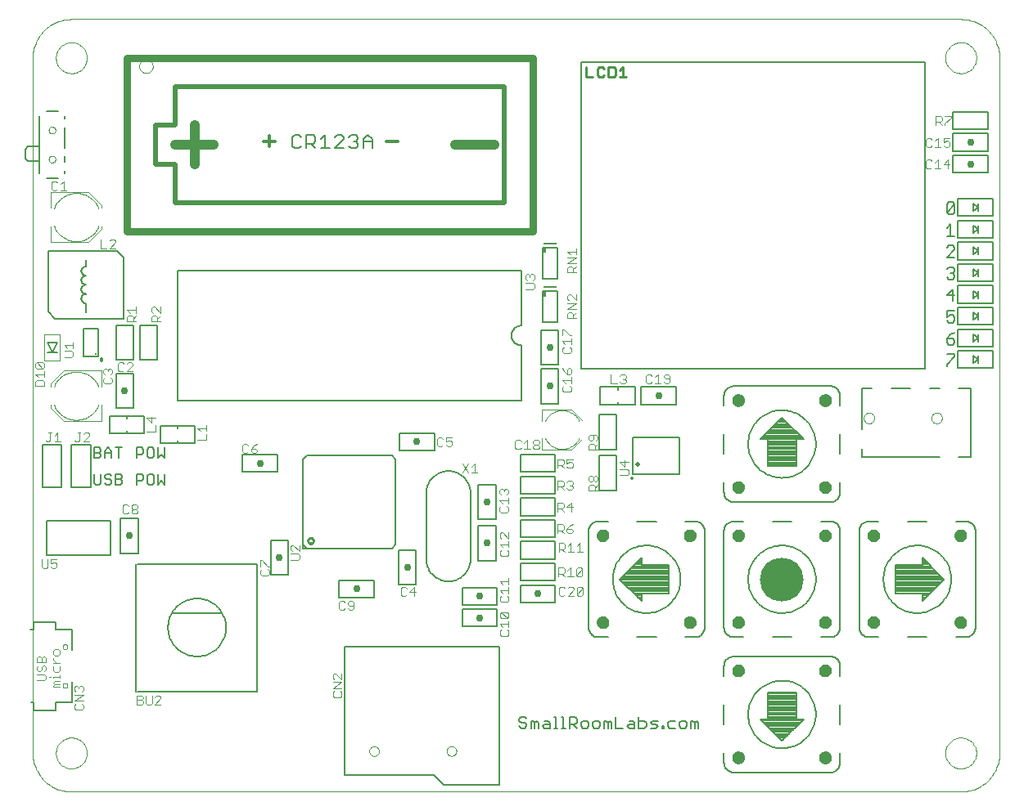
<source format=gto>
G75*
G70*
%OFA0B0*%
%FSLAX24Y24*%
%IPPOS*%
%LPD*%
%AMOC8*
5,1,8,0,0,1.08239X$1,22.5*
%
%ADD10C,0.0080*%
%ADD11C,0.1783*%
%ADD12C,0.0050*%
%ADD13C,0.0060*%
%ADD14C,0.0000*%
%ADD15C,0.0090*%
%ADD16C,0.0315*%
%ADD17C,0.0197*%
%ADD18C,0.0394*%
%ADD19C,0.0120*%
%ADD20C,0.0276*%
%ADD21C,0.0030*%
%ADD22C,0.0040*%
%ADD23C,0.0300*%
%ADD24C,0.0079*%
%ADD25C,0.0180*%
%ADD26C,0.0070*%
%ADD27C,0.0100*%
%ADD28R,0.0118X0.0236*%
%ADD29R,0.0551X0.0039*%
%ADD30R,0.0551X0.0079*%
%ADD31R,0.0039X0.0079*%
%ADD32C,0.0200*%
%ADD33C,0.0140*%
D10*
X003167Y009815D02*
X005747Y009815D01*
X005747Y011215D01*
X003167Y011215D01*
X003167Y009815D01*
X013591Y010101D02*
X013591Y010259D01*
X013591Y013723D01*
X013748Y013881D01*
X017213Y013881D01*
X017370Y013723D01*
X017370Y010259D01*
X017213Y010101D01*
X013748Y010101D01*
X013591Y010101D01*
X013748Y010101D02*
X013591Y010259D01*
X018616Y009657D02*
X018616Y012357D01*
X018618Y012416D01*
X018624Y012474D01*
X018633Y012533D01*
X018647Y012590D01*
X018664Y012646D01*
X018685Y012701D01*
X018709Y012755D01*
X018737Y012807D01*
X018768Y012857D01*
X018802Y012905D01*
X018839Y012950D01*
X018880Y012993D01*
X018923Y013034D01*
X018968Y013071D01*
X019016Y013105D01*
X019066Y013136D01*
X019118Y013164D01*
X019172Y013188D01*
X019227Y013209D01*
X019283Y013226D01*
X019340Y013240D01*
X019399Y013249D01*
X019457Y013255D01*
X019516Y013257D01*
X019575Y013255D01*
X019633Y013249D01*
X019692Y013240D01*
X019749Y013226D01*
X019805Y013209D01*
X019860Y013188D01*
X019914Y013164D01*
X019966Y013136D01*
X020016Y013105D01*
X020064Y013071D01*
X020109Y013034D01*
X020152Y012993D01*
X020193Y012950D01*
X020230Y012905D01*
X020264Y012857D01*
X020295Y012807D01*
X020323Y012755D01*
X020347Y012701D01*
X020368Y012646D01*
X020385Y012590D01*
X020399Y012533D01*
X020408Y012474D01*
X020414Y012416D01*
X020416Y012357D01*
X020416Y009657D01*
X020414Y009598D01*
X020408Y009540D01*
X020399Y009481D01*
X020385Y009424D01*
X020368Y009368D01*
X020347Y009313D01*
X020323Y009259D01*
X020295Y009207D01*
X020264Y009157D01*
X020230Y009109D01*
X020193Y009064D01*
X020152Y009021D01*
X020109Y008980D01*
X020064Y008943D01*
X020016Y008909D01*
X019966Y008878D01*
X019914Y008850D01*
X019860Y008826D01*
X019805Y008805D01*
X019749Y008788D01*
X019692Y008774D01*
X019633Y008765D01*
X019575Y008759D01*
X019516Y008757D01*
X019457Y008759D01*
X019399Y008765D01*
X019340Y008774D01*
X019283Y008788D01*
X019227Y008805D01*
X019172Y008826D01*
X019118Y008850D01*
X019066Y008878D01*
X019016Y008909D01*
X018968Y008943D01*
X018923Y008980D01*
X018880Y009021D01*
X018839Y009064D01*
X018802Y009109D01*
X018768Y009157D01*
X018737Y009207D01*
X018709Y009259D01*
X018685Y009313D01*
X018664Y009368D01*
X018647Y009424D01*
X018633Y009481D01*
X018624Y009540D01*
X018618Y009598D01*
X018616Y009657D01*
X025224Y010810D02*
X025224Y006873D01*
X025226Y006834D01*
X025232Y006796D01*
X025241Y006759D01*
X025254Y006722D01*
X025271Y006687D01*
X025290Y006654D01*
X025313Y006623D01*
X025339Y006594D01*
X025368Y006568D01*
X025399Y006545D01*
X025432Y006526D01*
X025467Y006509D01*
X025504Y006496D01*
X025541Y006487D01*
X025579Y006481D01*
X025618Y006479D01*
X026012Y006479D01*
X027193Y006479D02*
X027980Y006479D01*
X029161Y006479D02*
X029555Y006479D01*
X029594Y006481D01*
X029632Y006487D01*
X029669Y006496D01*
X029706Y006509D01*
X029741Y006526D01*
X029774Y006545D01*
X029805Y006568D01*
X029834Y006594D01*
X029860Y006623D01*
X029883Y006654D01*
X029902Y006687D01*
X029919Y006722D01*
X029932Y006759D01*
X029941Y006796D01*
X029947Y006834D01*
X029949Y006873D01*
X029949Y010810D01*
X029947Y010849D01*
X029941Y010887D01*
X029932Y010924D01*
X029919Y010961D01*
X029902Y010996D01*
X029883Y011029D01*
X029860Y011060D01*
X029834Y011089D01*
X029805Y011115D01*
X029774Y011138D01*
X029741Y011157D01*
X029706Y011174D01*
X029669Y011187D01*
X029632Y011196D01*
X029594Y011202D01*
X029555Y011204D01*
X029161Y011204D01*
X027980Y011204D02*
X027193Y011204D01*
X026012Y011204D02*
X025618Y011204D01*
X025579Y011202D01*
X025541Y011196D01*
X025504Y011187D01*
X025467Y011174D01*
X025432Y011157D01*
X025399Y011138D01*
X025368Y011115D01*
X025339Y011089D01*
X025313Y011060D01*
X025290Y011029D01*
X025271Y010996D01*
X025254Y010961D01*
X025241Y010924D01*
X025232Y010887D01*
X025226Y010849D01*
X025224Y010810D01*
X026949Y009286D02*
X028472Y009286D01*
X028472Y009208D02*
X026870Y009208D01*
X026792Y009129D02*
X028472Y009129D01*
X028472Y009051D02*
X026713Y009051D01*
X026635Y008972D02*
X028472Y008972D01*
X028472Y008894D02*
X026556Y008894D01*
X026504Y008841D02*
X027390Y007956D01*
X027390Y008251D01*
X028472Y008251D01*
X028472Y009432D01*
X027390Y009432D01*
X027390Y009727D01*
X026504Y008841D01*
X026530Y008815D02*
X028472Y008815D01*
X028472Y008737D02*
X026609Y008737D01*
X026687Y008658D02*
X028472Y008658D01*
X028472Y008580D02*
X026766Y008580D01*
X026844Y008501D02*
X028472Y008501D01*
X028472Y008423D02*
X026923Y008423D01*
X027001Y008344D02*
X028472Y008344D01*
X028472Y008266D02*
X027080Y008266D01*
X027158Y008187D02*
X027390Y008187D01*
X027390Y008109D02*
X027237Y008109D01*
X027315Y008030D02*
X027390Y008030D01*
X026209Y008841D02*
X026211Y008915D01*
X026217Y008989D01*
X026227Y009062D01*
X026241Y009135D01*
X026258Y009207D01*
X026280Y009277D01*
X026305Y009347D01*
X026334Y009415D01*
X026367Y009481D01*
X026403Y009546D01*
X026443Y009608D01*
X026485Y009669D01*
X026531Y009727D01*
X026580Y009782D01*
X026632Y009835D01*
X026687Y009885D01*
X026744Y009931D01*
X026804Y009975D01*
X026866Y010015D01*
X026930Y010052D01*
X026996Y010086D01*
X027064Y010116D01*
X027133Y010142D01*
X027204Y010165D01*
X027275Y010183D01*
X027348Y010198D01*
X027421Y010209D01*
X027495Y010216D01*
X027569Y010219D01*
X027642Y010218D01*
X027716Y010213D01*
X027790Y010204D01*
X027863Y010191D01*
X027935Y010174D01*
X028006Y010154D01*
X028076Y010129D01*
X028144Y010101D01*
X028211Y010070D01*
X028276Y010034D01*
X028339Y009996D01*
X028400Y009954D01*
X028459Y009908D01*
X028515Y009860D01*
X028568Y009809D01*
X028618Y009755D01*
X028666Y009698D01*
X028710Y009639D01*
X028752Y009577D01*
X028790Y009514D01*
X028824Y009448D01*
X028855Y009381D01*
X028882Y009312D01*
X028905Y009242D01*
X028925Y009171D01*
X028941Y009098D01*
X028953Y009025D01*
X028961Y008952D01*
X028965Y008878D01*
X028965Y008804D01*
X028961Y008730D01*
X028953Y008657D01*
X028941Y008584D01*
X028925Y008511D01*
X028905Y008440D01*
X028882Y008370D01*
X028855Y008301D01*
X028824Y008234D01*
X028790Y008168D01*
X028752Y008105D01*
X028710Y008043D01*
X028666Y007984D01*
X028618Y007927D01*
X028568Y007873D01*
X028515Y007822D01*
X028459Y007774D01*
X028400Y007728D01*
X028339Y007686D01*
X028276Y007648D01*
X028211Y007612D01*
X028144Y007581D01*
X028076Y007553D01*
X028006Y007528D01*
X027935Y007508D01*
X027863Y007491D01*
X027790Y007478D01*
X027716Y007469D01*
X027642Y007464D01*
X027569Y007463D01*
X027495Y007466D01*
X027421Y007473D01*
X027348Y007484D01*
X027275Y007499D01*
X027204Y007517D01*
X027133Y007540D01*
X027064Y007566D01*
X026996Y007596D01*
X026930Y007630D01*
X026866Y007667D01*
X026804Y007707D01*
X026744Y007751D01*
X026687Y007797D01*
X026632Y007847D01*
X026580Y007900D01*
X026531Y007955D01*
X026485Y008013D01*
X026443Y008074D01*
X026403Y008136D01*
X026367Y008201D01*
X026334Y008267D01*
X026305Y008335D01*
X026280Y008405D01*
X026258Y008475D01*
X026241Y008547D01*
X026227Y008620D01*
X026217Y008693D01*
X026211Y008767D01*
X026209Y008841D01*
X027027Y009365D02*
X028472Y009365D01*
X027390Y009443D02*
X027106Y009443D01*
X027184Y009522D02*
X027390Y009522D01*
X027390Y009600D02*
X027263Y009600D01*
X027341Y009679D02*
X027390Y009679D01*
X030736Y010810D02*
X030736Y006873D01*
X030738Y006834D01*
X030744Y006796D01*
X030753Y006759D01*
X030766Y006722D01*
X030783Y006687D01*
X030802Y006654D01*
X030825Y006623D01*
X030851Y006594D01*
X030880Y006568D01*
X030911Y006545D01*
X030944Y006526D01*
X030979Y006509D01*
X031016Y006496D01*
X031053Y006487D01*
X031091Y006481D01*
X031130Y006479D01*
X031524Y006479D01*
X032705Y006479D02*
X033492Y006479D01*
X034673Y006479D02*
X035067Y006479D01*
X035106Y006481D01*
X035144Y006487D01*
X035181Y006496D01*
X035218Y006509D01*
X035253Y006526D01*
X035286Y006545D01*
X035317Y006568D01*
X035346Y006594D01*
X035372Y006623D01*
X035395Y006654D01*
X035414Y006687D01*
X035431Y006722D01*
X035444Y006759D01*
X035453Y006796D01*
X035459Y006834D01*
X035461Y006873D01*
X035461Y010810D01*
X035459Y010849D01*
X035453Y010887D01*
X035444Y010924D01*
X035431Y010961D01*
X035414Y010996D01*
X035395Y011029D01*
X035372Y011060D01*
X035346Y011089D01*
X035317Y011115D01*
X035286Y011138D01*
X035253Y011157D01*
X035218Y011174D01*
X035181Y011187D01*
X035144Y011196D01*
X035106Y011202D01*
X035067Y011204D01*
X034673Y011204D01*
X035067Y011991D02*
X031130Y011991D01*
X031091Y011993D01*
X031053Y011999D01*
X031016Y012008D01*
X030979Y012021D01*
X030944Y012038D01*
X030911Y012057D01*
X030880Y012080D01*
X030851Y012106D01*
X030825Y012135D01*
X030802Y012166D01*
X030783Y012199D01*
X030766Y012234D01*
X030753Y012271D01*
X030744Y012308D01*
X030738Y012346D01*
X030736Y012385D01*
X030736Y012778D01*
X030736Y013960D02*
X030736Y014747D01*
X032213Y014550D02*
X032508Y014550D01*
X032508Y013467D01*
X033689Y013467D01*
X033689Y014550D01*
X033984Y014550D01*
X033098Y015436D01*
X032213Y014550D01*
X032287Y014624D02*
X033910Y014624D01*
X033832Y014703D02*
X032365Y014703D01*
X032444Y014781D02*
X033753Y014781D01*
X033675Y014860D02*
X032522Y014860D01*
X032601Y014938D02*
X033596Y014938D01*
X033518Y015017D02*
X032679Y015017D01*
X032758Y015095D02*
X033439Y015095D01*
X033361Y015174D02*
X032836Y015174D01*
X032915Y015252D02*
X033282Y015252D01*
X033204Y015331D02*
X032993Y015331D01*
X033072Y015409D02*
X033125Y015409D01*
X033689Y014546D02*
X032508Y014546D01*
X032508Y014467D02*
X033689Y014467D01*
X033689Y014389D02*
X032508Y014389D01*
X032508Y014310D02*
X033689Y014310D01*
X033689Y014232D02*
X032508Y014232D01*
X032508Y014153D02*
X033689Y014153D01*
X033689Y014075D02*
X032508Y014075D01*
X032508Y013996D02*
X033689Y013996D01*
X033689Y013918D02*
X032508Y013918D01*
X032508Y013839D02*
X033689Y013839D01*
X033689Y013761D02*
X032508Y013761D01*
X032508Y013682D02*
X033689Y013682D01*
X033689Y013604D02*
X032508Y013604D01*
X032508Y013525D02*
X033689Y013525D01*
X031720Y014353D02*
X031722Y014427D01*
X031728Y014501D01*
X031738Y014574D01*
X031752Y014647D01*
X031769Y014719D01*
X031791Y014789D01*
X031816Y014859D01*
X031845Y014927D01*
X031878Y014993D01*
X031914Y015058D01*
X031954Y015120D01*
X031996Y015181D01*
X032042Y015239D01*
X032091Y015294D01*
X032143Y015347D01*
X032198Y015397D01*
X032255Y015443D01*
X032315Y015487D01*
X032377Y015527D01*
X032441Y015564D01*
X032507Y015598D01*
X032575Y015628D01*
X032644Y015654D01*
X032715Y015677D01*
X032786Y015695D01*
X032859Y015710D01*
X032932Y015721D01*
X033006Y015728D01*
X033080Y015731D01*
X033153Y015730D01*
X033227Y015725D01*
X033301Y015716D01*
X033374Y015703D01*
X033446Y015686D01*
X033517Y015666D01*
X033587Y015641D01*
X033655Y015613D01*
X033722Y015582D01*
X033787Y015546D01*
X033850Y015508D01*
X033911Y015466D01*
X033970Y015420D01*
X034026Y015372D01*
X034079Y015321D01*
X034129Y015267D01*
X034177Y015210D01*
X034221Y015151D01*
X034263Y015089D01*
X034301Y015026D01*
X034335Y014960D01*
X034366Y014893D01*
X034393Y014824D01*
X034416Y014754D01*
X034436Y014683D01*
X034452Y014610D01*
X034464Y014537D01*
X034472Y014464D01*
X034476Y014390D01*
X034476Y014316D01*
X034472Y014242D01*
X034464Y014169D01*
X034452Y014096D01*
X034436Y014023D01*
X034416Y013952D01*
X034393Y013882D01*
X034366Y013813D01*
X034335Y013746D01*
X034301Y013680D01*
X034263Y013617D01*
X034221Y013555D01*
X034177Y013496D01*
X034129Y013439D01*
X034079Y013385D01*
X034026Y013334D01*
X033970Y013286D01*
X033911Y013240D01*
X033850Y013198D01*
X033787Y013160D01*
X033722Y013124D01*
X033655Y013093D01*
X033587Y013065D01*
X033517Y013040D01*
X033446Y013020D01*
X033374Y013003D01*
X033301Y012990D01*
X033227Y012981D01*
X033153Y012976D01*
X033080Y012975D01*
X033006Y012978D01*
X032932Y012985D01*
X032859Y012996D01*
X032786Y013011D01*
X032715Y013029D01*
X032644Y013052D01*
X032575Y013078D01*
X032507Y013108D01*
X032441Y013142D01*
X032377Y013179D01*
X032315Y013219D01*
X032255Y013263D01*
X032198Y013309D01*
X032143Y013359D01*
X032091Y013412D01*
X032042Y013467D01*
X031996Y013525D01*
X031954Y013586D01*
X031914Y013648D01*
X031878Y013713D01*
X031845Y013779D01*
X031816Y013847D01*
X031791Y013917D01*
X031769Y013987D01*
X031752Y014059D01*
X031738Y014132D01*
X031728Y014205D01*
X031722Y014279D01*
X031720Y014353D01*
X030736Y015928D02*
X030736Y016322D01*
X030738Y016361D01*
X030744Y016399D01*
X030753Y016436D01*
X030766Y016473D01*
X030783Y016508D01*
X030802Y016541D01*
X030825Y016572D01*
X030851Y016601D01*
X030880Y016627D01*
X030911Y016650D01*
X030944Y016669D01*
X030979Y016686D01*
X031016Y016699D01*
X031053Y016708D01*
X031091Y016714D01*
X031130Y016716D01*
X031130Y016715D02*
X035067Y016715D01*
X035067Y016716D02*
X035106Y016714D01*
X035144Y016708D01*
X035181Y016699D01*
X035218Y016686D01*
X035253Y016669D01*
X035286Y016650D01*
X035317Y016627D01*
X035346Y016601D01*
X035372Y016572D01*
X035395Y016541D01*
X035414Y016508D01*
X035431Y016473D01*
X035444Y016436D01*
X035453Y016399D01*
X035459Y016361D01*
X035461Y016322D01*
X035461Y015928D01*
X035461Y014747D02*
X035461Y013960D01*
X035461Y012778D02*
X035461Y012385D01*
X035459Y012346D01*
X035453Y012308D01*
X035444Y012271D01*
X035431Y012234D01*
X035414Y012199D01*
X035395Y012166D01*
X035372Y012135D01*
X035346Y012106D01*
X035317Y012080D01*
X035286Y012057D01*
X035253Y012038D01*
X035218Y012021D01*
X035181Y012008D01*
X035144Y011999D01*
X035106Y011993D01*
X035067Y011991D01*
X033492Y011204D02*
X032705Y011204D01*
X031524Y011204D02*
X031130Y011204D01*
X031091Y011202D01*
X031053Y011196D01*
X031016Y011187D01*
X030979Y011174D01*
X030944Y011157D01*
X030911Y011138D01*
X030880Y011115D01*
X030851Y011089D01*
X030825Y011060D01*
X030802Y011029D01*
X030783Y010996D01*
X030766Y010961D01*
X030753Y010924D01*
X030744Y010887D01*
X030738Y010849D01*
X030736Y010810D01*
X031720Y008841D02*
X031722Y008915D01*
X031728Y008989D01*
X031738Y009062D01*
X031752Y009135D01*
X031769Y009207D01*
X031791Y009277D01*
X031816Y009347D01*
X031845Y009415D01*
X031878Y009481D01*
X031914Y009546D01*
X031954Y009608D01*
X031996Y009669D01*
X032042Y009727D01*
X032091Y009782D01*
X032143Y009835D01*
X032198Y009885D01*
X032255Y009931D01*
X032315Y009975D01*
X032377Y010015D01*
X032441Y010052D01*
X032507Y010086D01*
X032575Y010116D01*
X032644Y010142D01*
X032715Y010165D01*
X032786Y010183D01*
X032859Y010198D01*
X032932Y010209D01*
X033006Y010216D01*
X033080Y010219D01*
X033153Y010218D01*
X033227Y010213D01*
X033301Y010204D01*
X033374Y010191D01*
X033446Y010174D01*
X033517Y010154D01*
X033587Y010129D01*
X033655Y010101D01*
X033722Y010070D01*
X033787Y010034D01*
X033850Y009996D01*
X033911Y009954D01*
X033970Y009908D01*
X034026Y009860D01*
X034079Y009809D01*
X034129Y009755D01*
X034177Y009698D01*
X034221Y009639D01*
X034263Y009577D01*
X034301Y009514D01*
X034335Y009448D01*
X034366Y009381D01*
X034393Y009312D01*
X034416Y009242D01*
X034436Y009171D01*
X034452Y009098D01*
X034464Y009025D01*
X034472Y008952D01*
X034476Y008878D01*
X034476Y008804D01*
X034472Y008730D01*
X034464Y008657D01*
X034452Y008584D01*
X034436Y008511D01*
X034416Y008440D01*
X034393Y008370D01*
X034366Y008301D01*
X034335Y008234D01*
X034301Y008168D01*
X034263Y008105D01*
X034221Y008043D01*
X034177Y007984D01*
X034129Y007927D01*
X034079Y007873D01*
X034026Y007822D01*
X033970Y007774D01*
X033911Y007728D01*
X033850Y007686D01*
X033787Y007648D01*
X033722Y007612D01*
X033655Y007581D01*
X033587Y007553D01*
X033517Y007528D01*
X033446Y007508D01*
X033374Y007491D01*
X033301Y007478D01*
X033227Y007469D01*
X033153Y007464D01*
X033080Y007463D01*
X033006Y007466D01*
X032932Y007473D01*
X032859Y007484D01*
X032786Y007499D01*
X032715Y007517D01*
X032644Y007540D01*
X032575Y007566D01*
X032507Y007596D01*
X032441Y007630D01*
X032377Y007667D01*
X032315Y007707D01*
X032255Y007751D01*
X032198Y007797D01*
X032143Y007847D01*
X032091Y007900D01*
X032042Y007955D01*
X031996Y008013D01*
X031954Y008074D01*
X031914Y008136D01*
X031878Y008201D01*
X031845Y008267D01*
X031816Y008335D01*
X031791Y008405D01*
X031769Y008475D01*
X031752Y008547D01*
X031738Y008620D01*
X031728Y008693D01*
X031722Y008767D01*
X031720Y008841D01*
X031130Y005692D02*
X035067Y005692D01*
X035106Y005690D01*
X035144Y005684D01*
X035181Y005675D01*
X035218Y005662D01*
X035253Y005645D01*
X035286Y005626D01*
X035317Y005603D01*
X035346Y005577D01*
X035372Y005548D01*
X035395Y005517D01*
X035414Y005484D01*
X035431Y005449D01*
X035444Y005412D01*
X035453Y005375D01*
X035459Y005337D01*
X035461Y005298D01*
X035461Y004904D01*
X035461Y003723D02*
X035461Y002936D01*
X033984Y003133D02*
X033689Y003133D01*
X033689Y004215D01*
X032508Y004215D01*
X032508Y003133D01*
X032213Y003133D01*
X033098Y002247D01*
X033984Y003133D01*
X033936Y003085D02*
X032261Y003085D01*
X032339Y003006D02*
X033857Y003006D01*
X033779Y002928D02*
X032418Y002928D01*
X032496Y002849D02*
X033700Y002849D01*
X033622Y002771D02*
X032575Y002771D01*
X032653Y002692D02*
X033543Y002692D01*
X033465Y002614D02*
X032732Y002614D01*
X032810Y002535D02*
X033386Y002535D01*
X033308Y002457D02*
X032889Y002457D01*
X032967Y002378D02*
X033229Y002378D01*
X033151Y002300D02*
X033046Y002300D01*
X032508Y003163D02*
X033689Y003163D01*
X033689Y003242D02*
X032508Y003242D01*
X032508Y003320D02*
X033689Y003320D01*
X033689Y003399D02*
X032508Y003399D01*
X032508Y003477D02*
X033689Y003477D01*
X033689Y003556D02*
X032508Y003556D01*
X032508Y003634D02*
X033689Y003634D01*
X033689Y003713D02*
X032508Y003713D01*
X032508Y003791D02*
X033689Y003791D01*
X033689Y003870D02*
X032508Y003870D01*
X032508Y003948D02*
X033689Y003948D01*
X033689Y004027D02*
X032508Y004027D01*
X032508Y004105D02*
X033689Y004105D01*
X033689Y004184D02*
X032508Y004184D01*
X031720Y003330D02*
X031722Y003404D01*
X031728Y003478D01*
X031738Y003551D01*
X031752Y003624D01*
X031769Y003696D01*
X031791Y003766D01*
X031816Y003836D01*
X031845Y003904D01*
X031878Y003970D01*
X031914Y004035D01*
X031954Y004097D01*
X031996Y004158D01*
X032042Y004216D01*
X032091Y004271D01*
X032143Y004324D01*
X032198Y004374D01*
X032255Y004420D01*
X032315Y004464D01*
X032377Y004504D01*
X032441Y004541D01*
X032507Y004575D01*
X032575Y004605D01*
X032644Y004631D01*
X032715Y004654D01*
X032786Y004672D01*
X032859Y004687D01*
X032932Y004698D01*
X033006Y004705D01*
X033080Y004708D01*
X033153Y004707D01*
X033227Y004702D01*
X033301Y004693D01*
X033374Y004680D01*
X033446Y004663D01*
X033517Y004643D01*
X033587Y004618D01*
X033655Y004590D01*
X033722Y004559D01*
X033787Y004523D01*
X033850Y004485D01*
X033911Y004443D01*
X033970Y004397D01*
X034026Y004349D01*
X034079Y004298D01*
X034129Y004244D01*
X034177Y004187D01*
X034221Y004128D01*
X034263Y004066D01*
X034301Y004003D01*
X034335Y003937D01*
X034366Y003870D01*
X034393Y003801D01*
X034416Y003731D01*
X034436Y003660D01*
X034452Y003587D01*
X034464Y003514D01*
X034472Y003441D01*
X034476Y003367D01*
X034476Y003293D01*
X034472Y003219D01*
X034464Y003146D01*
X034452Y003073D01*
X034436Y003000D01*
X034416Y002929D01*
X034393Y002859D01*
X034366Y002790D01*
X034335Y002723D01*
X034301Y002657D01*
X034263Y002594D01*
X034221Y002532D01*
X034177Y002473D01*
X034129Y002416D01*
X034079Y002362D01*
X034026Y002311D01*
X033970Y002263D01*
X033911Y002217D01*
X033850Y002175D01*
X033787Y002137D01*
X033722Y002101D01*
X033655Y002070D01*
X033587Y002042D01*
X033517Y002017D01*
X033446Y001997D01*
X033374Y001980D01*
X033301Y001967D01*
X033227Y001958D01*
X033153Y001953D01*
X033080Y001952D01*
X033006Y001955D01*
X032932Y001962D01*
X032859Y001973D01*
X032786Y001988D01*
X032715Y002006D01*
X032644Y002029D01*
X032575Y002055D01*
X032507Y002085D01*
X032441Y002119D01*
X032377Y002156D01*
X032315Y002196D01*
X032255Y002240D01*
X032198Y002286D01*
X032143Y002336D01*
X032091Y002389D01*
X032042Y002444D01*
X031996Y002502D01*
X031954Y002563D01*
X031914Y002625D01*
X031878Y002690D01*
X031845Y002756D01*
X031816Y002824D01*
X031791Y002894D01*
X031769Y002964D01*
X031752Y003036D01*
X031738Y003109D01*
X031728Y003182D01*
X031722Y003256D01*
X031720Y003330D01*
X030736Y002936D02*
X030736Y003723D01*
X030736Y004904D02*
X030736Y005298D01*
X030738Y005337D01*
X030744Y005375D01*
X030753Y005412D01*
X030766Y005449D01*
X030783Y005484D01*
X030802Y005517D01*
X030825Y005548D01*
X030851Y005577D01*
X030880Y005603D01*
X030911Y005626D01*
X030944Y005645D01*
X030979Y005662D01*
X031016Y005675D01*
X031053Y005684D01*
X031091Y005690D01*
X031130Y005692D01*
X036248Y006873D02*
X036248Y010810D01*
X036250Y010849D01*
X036256Y010887D01*
X036265Y010924D01*
X036278Y010961D01*
X036295Y010996D01*
X036314Y011029D01*
X036337Y011060D01*
X036363Y011089D01*
X036392Y011115D01*
X036423Y011138D01*
X036456Y011157D01*
X036491Y011174D01*
X036528Y011187D01*
X036565Y011196D01*
X036603Y011202D01*
X036642Y011204D01*
X037035Y011204D01*
X038217Y011204D02*
X039004Y011204D01*
X040185Y011204D02*
X040579Y011204D01*
X040618Y011202D01*
X040656Y011196D01*
X040693Y011187D01*
X040730Y011174D01*
X040765Y011157D01*
X040798Y011138D01*
X040829Y011115D01*
X040858Y011089D01*
X040884Y011060D01*
X040907Y011029D01*
X040926Y010996D01*
X040943Y010961D01*
X040956Y010924D01*
X040965Y010887D01*
X040971Y010849D01*
X040973Y010810D01*
X040972Y010810D02*
X040972Y006873D01*
X040973Y006873D02*
X040971Y006834D01*
X040965Y006796D01*
X040956Y006759D01*
X040943Y006722D01*
X040926Y006687D01*
X040907Y006654D01*
X040884Y006623D01*
X040858Y006594D01*
X040829Y006568D01*
X040798Y006545D01*
X040765Y006526D01*
X040730Y006509D01*
X040693Y006496D01*
X040656Y006487D01*
X040618Y006481D01*
X040579Y006479D01*
X040185Y006479D01*
X039004Y006479D02*
X038217Y006479D01*
X037035Y006479D02*
X036642Y006479D01*
X036603Y006481D01*
X036565Y006487D01*
X036528Y006496D01*
X036491Y006509D01*
X036456Y006526D01*
X036423Y006545D01*
X036392Y006568D01*
X036363Y006594D01*
X036337Y006623D01*
X036314Y006654D01*
X036295Y006687D01*
X036278Y006722D01*
X036265Y006759D01*
X036256Y006796D01*
X036250Y006834D01*
X036248Y006873D01*
X037724Y008251D02*
X038807Y008251D01*
X038807Y007956D01*
X039693Y008841D01*
X038807Y009727D01*
X038807Y009432D01*
X037724Y009432D01*
X037724Y008251D01*
X037724Y008266D02*
X039117Y008266D01*
X039195Y008344D02*
X037724Y008344D01*
X037724Y008423D02*
X039274Y008423D01*
X039352Y008501D02*
X037724Y008501D01*
X037724Y008580D02*
X039431Y008580D01*
X039509Y008658D02*
X037724Y008658D01*
X037724Y008737D02*
X039588Y008737D01*
X039666Y008815D02*
X037724Y008815D01*
X037724Y008894D02*
X039641Y008894D01*
X039562Y008972D02*
X037724Y008972D01*
X037724Y009051D02*
X039484Y009051D01*
X039405Y009129D02*
X037724Y009129D01*
X037724Y009208D02*
X039327Y009208D01*
X039248Y009286D02*
X037724Y009286D01*
X037724Y009365D02*
X039170Y009365D01*
X039091Y009443D02*
X038807Y009443D01*
X038807Y009522D02*
X039013Y009522D01*
X038934Y009600D02*
X038807Y009600D01*
X038807Y009679D02*
X038856Y009679D01*
X037232Y008841D02*
X037234Y008915D01*
X037240Y008989D01*
X037250Y009062D01*
X037264Y009135D01*
X037281Y009207D01*
X037303Y009277D01*
X037328Y009347D01*
X037357Y009415D01*
X037390Y009481D01*
X037426Y009546D01*
X037466Y009608D01*
X037508Y009669D01*
X037554Y009727D01*
X037603Y009782D01*
X037655Y009835D01*
X037710Y009885D01*
X037767Y009931D01*
X037827Y009975D01*
X037889Y010015D01*
X037953Y010052D01*
X038019Y010086D01*
X038087Y010116D01*
X038156Y010142D01*
X038227Y010165D01*
X038298Y010183D01*
X038371Y010198D01*
X038444Y010209D01*
X038518Y010216D01*
X038592Y010219D01*
X038665Y010218D01*
X038739Y010213D01*
X038813Y010204D01*
X038886Y010191D01*
X038958Y010174D01*
X039029Y010154D01*
X039099Y010129D01*
X039167Y010101D01*
X039234Y010070D01*
X039299Y010034D01*
X039362Y009996D01*
X039423Y009954D01*
X039482Y009908D01*
X039538Y009860D01*
X039591Y009809D01*
X039641Y009755D01*
X039689Y009698D01*
X039733Y009639D01*
X039775Y009577D01*
X039813Y009514D01*
X039847Y009448D01*
X039878Y009381D01*
X039905Y009312D01*
X039928Y009242D01*
X039948Y009171D01*
X039964Y009098D01*
X039976Y009025D01*
X039984Y008952D01*
X039988Y008878D01*
X039988Y008804D01*
X039984Y008730D01*
X039976Y008657D01*
X039964Y008584D01*
X039948Y008511D01*
X039928Y008440D01*
X039905Y008370D01*
X039878Y008301D01*
X039847Y008234D01*
X039813Y008168D01*
X039775Y008105D01*
X039733Y008043D01*
X039689Y007984D01*
X039641Y007927D01*
X039591Y007873D01*
X039538Y007822D01*
X039482Y007774D01*
X039423Y007728D01*
X039362Y007686D01*
X039299Y007648D01*
X039234Y007612D01*
X039167Y007581D01*
X039099Y007553D01*
X039029Y007528D01*
X038958Y007508D01*
X038886Y007491D01*
X038813Y007478D01*
X038739Y007469D01*
X038665Y007464D01*
X038592Y007463D01*
X038518Y007466D01*
X038444Y007473D01*
X038371Y007484D01*
X038298Y007499D01*
X038227Y007517D01*
X038156Y007540D01*
X038087Y007566D01*
X038019Y007596D01*
X037953Y007630D01*
X037889Y007667D01*
X037827Y007707D01*
X037767Y007751D01*
X037710Y007797D01*
X037655Y007847D01*
X037603Y007900D01*
X037554Y007955D01*
X037508Y008013D01*
X037466Y008074D01*
X037426Y008136D01*
X037390Y008201D01*
X037357Y008267D01*
X037328Y008335D01*
X037303Y008405D01*
X037281Y008475D01*
X037264Y008547D01*
X037250Y008620D01*
X037240Y008693D01*
X037234Y008767D01*
X037232Y008841D01*
X038807Y008187D02*
X039038Y008187D01*
X038960Y008109D02*
X038807Y008109D01*
X038807Y008030D02*
X038881Y008030D01*
X035461Y001755D02*
X035461Y001361D01*
X035459Y001322D01*
X035453Y001284D01*
X035444Y001247D01*
X035431Y001210D01*
X035414Y001175D01*
X035395Y001142D01*
X035372Y001111D01*
X035346Y001082D01*
X035317Y001056D01*
X035286Y001033D01*
X035253Y001014D01*
X035218Y000997D01*
X035181Y000984D01*
X035144Y000975D01*
X035106Y000969D01*
X035067Y000967D01*
X031130Y000967D01*
X031091Y000969D01*
X031053Y000975D01*
X031016Y000984D01*
X030979Y000997D01*
X030944Y001014D01*
X030911Y001033D01*
X030880Y001056D01*
X030851Y001082D01*
X030825Y001111D01*
X030802Y001142D01*
X030783Y001175D01*
X030766Y001210D01*
X030753Y001247D01*
X030744Y001284D01*
X030738Y001322D01*
X030736Y001361D01*
X030736Y001755D01*
X040872Y017648D02*
X041072Y017798D01*
X040872Y017948D01*
X040872Y017648D01*
X041072Y017648D02*
X041072Y017798D01*
X041072Y017948D01*
X041072Y018534D02*
X041072Y018684D01*
X040872Y018534D01*
X040872Y018834D01*
X041072Y018684D01*
X041072Y018834D01*
X041072Y019420D02*
X041072Y019570D01*
X040872Y019420D01*
X040872Y019720D01*
X041072Y019570D01*
X041072Y019720D01*
X041072Y020306D02*
X041072Y020456D01*
X040872Y020306D01*
X040872Y020606D01*
X041072Y020456D01*
X041072Y020606D01*
X041072Y021191D02*
X041072Y021341D01*
X040872Y021191D01*
X040872Y021491D01*
X041072Y021341D01*
X041072Y021491D01*
X041072Y022077D02*
X041072Y022227D01*
X040872Y022077D01*
X040872Y022377D01*
X041072Y022227D01*
X041072Y022377D01*
X041072Y022963D02*
X041072Y023113D01*
X040872Y022963D01*
X040872Y023263D01*
X041072Y023113D01*
X041072Y023263D01*
X041072Y023849D02*
X041072Y023999D01*
X040872Y023849D01*
X040872Y024149D01*
X041072Y023999D01*
X041072Y024149D01*
X016417Y026411D02*
X016417Y026778D01*
X016234Y026961D01*
X016050Y026778D01*
X016050Y026411D01*
X015837Y026503D02*
X015745Y026411D01*
X015562Y026411D01*
X015470Y026503D01*
X015257Y026411D02*
X014890Y026411D01*
X015257Y026778D01*
X015257Y026870D01*
X015165Y026961D01*
X014982Y026961D01*
X014890Y026870D01*
X014494Y026961D02*
X014494Y026411D01*
X014677Y026411D02*
X014310Y026411D01*
X014097Y026411D02*
X013914Y026594D01*
X014005Y026594D02*
X013730Y026594D01*
X013730Y026411D02*
X013730Y026961D01*
X014005Y026961D01*
X014097Y026870D01*
X014097Y026686D01*
X014005Y026594D01*
X014310Y026778D02*
X014494Y026961D01*
X015470Y026870D02*
X015562Y026961D01*
X015745Y026961D01*
X015837Y026870D01*
X015837Y026778D01*
X015745Y026686D01*
X015837Y026594D01*
X015837Y026503D01*
X015745Y026686D02*
X015654Y026686D01*
X016050Y026686D02*
X016417Y026686D01*
X013517Y026503D02*
X013425Y026411D01*
X013242Y026411D01*
X013150Y026503D01*
X013150Y026870D01*
X013242Y026961D01*
X013425Y026961D01*
X013517Y026870D01*
X003571Y018490D02*
X003177Y018490D01*
X003374Y018097D01*
X003571Y018097D01*
X003374Y018097D02*
X003177Y018097D01*
X003374Y018097D02*
X003571Y018490D01*
D11*
X033098Y008841D03*
D12*
X036366Y013841D02*
X039516Y013841D01*
X040303Y013841D02*
X040776Y013841D01*
X040776Y016637D01*
X040303Y016637D01*
X039516Y016637D02*
X039122Y016637D01*
X038335Y016637D02*
X037547Y016637D01*
X036760Y016637D02*
X036366Y016637D01*
X036366Y014944D01*
X036366Y014156D02*
X036366Y013841D01*
X038917Y017424D02*
X024917Y017424D01*
X024917Y029924D01*
X038917Y029924D01*
X038917Y017424D01*
X021591Y006086D02*
X021591Y000475D01*
X019327Y000475D01*
X018933Y000869D01*
X015291Y000869D01*
X015291Y006086D01*
X021591Y006086D01*
X007964Y012705D02*
X007964Y013128D01*
X007682Y013128D02*
X007682Y012705D01*
X007823Y012846D01*
X007964Y012705D01*
X007529Y012775D02*
X007529Y013057D01*
X007459Y013128D01*
X007318Y013128D01*
X007247Y013057D01*
X007247Y012775D01*
X007318Y012705D01*
X007459Y012705D01*
X007529Y012775D01*
X007094Y012916D02*
X007024Y012846D01*
X006812Y012846D01*
X006812Y012705D02*
X006812Y013128D01*
X007024Y013128D01*
X007094Y013057D01*
X007094Y012916D01*
X006224Y012846D02*
X006224Y012775D01*
X006154Y012705D01*
X005942Y012705D01*
X005942Y013128D01*
X006154Y013128D01*
X006224Y013057D01*
X006224Y012987D01*
X006154Y012916D01*
X005942Y012916D01*
X005789Y012846D02*
X005789Y012775D01*
X005719Y012705D01*
X005578Y012705D01*
X005507Y012775D01*
X005354Y012775D02*
X005354Y013128D01*
X005507Y013057D02*
X005507Y012987D01*
X005578Y012916D01*
X005719Y012916D01*
X005789Y012846D01*
X005789Y013057D02*
X005719Y013128D01*
X005578Y013128D01*
X005507Y013057D01*
X005354Y012775D02*
X005284Y012705D01*
X005143Y012705D01*
X005072Y012775D01*
X005072Y013128D01*
X005072Y013788D02*
X005284Y013788D01*
X005354Y013858D01*
X005354Y013929D01*
X005284Y013999D01*
X005072Y013999D01*
X005072Y013788D02*
X005072Y014210D01*
X005284Y014210D01*
X005354Y014140D01*
X005354Y014070D01*
X005284Y013999D01*
X005507Y013999D02*
X005789Y013999D01*
X005789Y014070D02*
X005789Y013788D01*
X005789Y014070D02*
X005648Y014210D01*
X005507Y014070D01*
X005507Y013788D01*
X005942Y014210D02*
X006224Y014210D01*
X006083Y014210D02*
X006083Y013788D01*
X006812Y013788D02*
X006812Y014210D01*
X007024Y014210D01*
X007094Y014140D01*
X007094Y013999D01*
X007024Y013929D01*
X006812Y013929D01*
X007247Y013858D02*
X007247Y014140D01*
X007318Y014210D01*
X007459Y014210D01*
X007529Y014140D01*
X007529Y013858D01*
X007459Y013788D01*
X007318Y013788D01*
X007247Y013858D01*
X007682Y013788D02*
X007682Y014210D01*
X007964Y014210D02*
X007964Y013788D01*
X007823Y013929D01*
X007682Y013788D01*
X006224Y012846D02*
X006154Y012916D01*
X004752Y019724D02*
X004752Y020099D01*
X004725Y020101D01*
X004699Y020107D01*
X004674Y020116D01*
X004650Y020129D01*
X004629Y020145D01*
X004610Y020164D01*
X004594Y020185D01*
X004581Y020209D01*
X004572Y020234D01*
X004566Y020260D01*
X004564Y020287D01*
X004566Y020314D01*
X004572Y020340D01*
X004581Y020365D01*
X004594Y020389D01*
X004610Y020410D01*
X004629Y020429D01*
X004650Y020445D01*
X004674Y020458D01*
X004699Y020467D01*
X004725Y020473D01*
X004752Y020475D01*
X004752Y020474D02*
X004725Y020476D01*
X004699Y020482D01*
X004674Y020491D01*
X004650Y020504D01*
X004629Y020520D01*
X004610Y020539D01*
X004594Y020560D01*
X004581Y020584D01*
X004572Y020609D01*
X004566Y020635D01*
X004564Y020662D01*
X004566Y020689D01*
X004572Y020715D01*
X004581Y020740D01*
X004594Y020764D01*
X004610Y020785D01*
X004629Y020804D01*
X004650Y020820D01*
X004674Y020833D01*
X004699Y020842D01*
X004725Y020848D01*
X004752Y020850D01*
X004752Y020849D02*
X004725Y020851D01*
X004699Y020857D01*
X004674Y020866D01*
X004650Y020879D01*
X004629Y020895D01*
X004610Y020914D01*
X004594Y020935D01*
X004581Y020959D01*
X004572Y020984D01*
X004566Y021010D01*
X004564Y021037D01*
X004566Y021064D01*
X004572Y021090D01*
X004581Y021115D01*
X004594Y021139D01*
X004610Y021160D01*
X004629Y021179D01*
X004650Y021195D01*
X004674Y021208D01*
X004699Y021217D01*
X004725Y021223D01*
X004752Y021225D01*
X004752Y021224D02*
X004725Y021226D01*
X004699Y021232D01*
X004674Y021241D01*
X004650Y021254D01*
X004629Y021270D01*
X004610Y021289D01*
X004594Y021310D01*
X004581Y021334D01*
X004572Y021359D01*
X004566Y021385D01*
X004564Y021412D01*
X004566Y021439D01*
X004572Y021465D01*
X004581Y021490D01*
X004594Y021514D01*
X004610Y021535D01*
X004629Y021554D01*
X004650Y021570D01*
X004674Y021583D01*
X004699Y021592D01*
X004725Y021598D01*
X004752Y021600D01*
X004752Y021599D02*
X004752Y021849D01*
X003610Y025180D02*
X003138Y025180D01*
X002862Y025377D02*
X002862Y025889D01*
X002390Y025889D01*
X002272Y026007D01*
X002272Y026361D01*
X002390Y026479D01*
X002862Y026479D01*
X002862Y025889D01*
X002862Y026479D02*
X002862Y027739D01*
X003138Y027936D02*
X003610Y027936D01*
X003886Y027739D02*
X003886Y027621D01*
X003886Y027267D02*
X003886Y026440D01*
X003886Y026086D02*
X003886Y025849D01*
X003886Y025495D02*
X003886Y025377D01*
D13*
X003217Y022227D02*
X006012Y022227D01*
X006287Y021952D01*
X006287Y019471D01*
X003492Y019471D01*
X003217Y019747D01*
X003217Y022227D01*
X005972Y019196D02*
X006681Y019196D01*
X006681Y017778D01*
X005972Y017778D01*
X005972Y019196D01*
X005256Y019047D02*
X004641Y019047D01*
X004641Y017927D01*
X005256Y017927D01*
X005256Y019047D01*
X006957Y019196D02*
X006957Y017778D01*
X007665Y017778D01*
X007665Y019196D01*
X006957Y019196D01*
X006681Y017227D02*
X005972Y017227D01*
X005972Y015810D01*
X006681Y015810D01*
X006681Y017227D01*
X008480Y016132D02*
X008480Y021432D01*
X022480Y021432D01*
X022480Y019182D01*
X022441Y019180D01*
X022402Y019174D01*
X022364Y019165D01*
X022327Y019152D01*
X022291Y019135D01*
X022258Y019115D01*
X022226Y019091D01*
X022197Y019065D01*
X022171Y019036D01*
X022147Y019004D01*
X022127Y018971D01*
X022110Y018935D01*
X022097Y018898D01*
X022088Y018860D01*
X022082Y018821D01*
X022080Y018782D01*
X022082Y018743D01*
X022088Y018704D01*
X022097Y018666D01*
X022110Y018629D01*
X022127Y018593D01*
X022147Y018560D01*
X022171Y018528D01*
X022197Y018499D01*
X022226Y018473D01*
X022258Y018449D01*
X022291Y018429D01*
X022327Y018412D01*
X022364Y018399D01*
X022402Y018390D01*
X022441Y018384D01*
X022480Y018382D01*
X022480Y016132D01*
X008480Y016132D01*
X008492Y015097D02*
X008492Y014997D01*
X007783Y015101D02*
X009201Y015101D01*
X009201Y014393D01*
X007783Y014393D01*
X007783Y015101D01*
X007134Y014786D02*
X007134Y015495D01*
X005717Y015495D01*
X005717Y014786D01*
X007134Y014786D01*
X006425Y014791D02*
X006425Y014891D01*
X006425Y015391D02*
X006425Y015491D01*
X008492Y014497D02*
X008492Y014397D01*
X011130Y013920D02*
X011130Y013211D01*
X012547Y013211D01*
X012547Y013920D01*
X011130Y013920D01*
X006878Y011322D02*
X006169Y011322D01*
X006169Y009904D01*
X006878Y009904D01*
X006878Y011322D01*
X012272Y010436D02*
X012272Y009019D01*
X012980Y009019D01*
X012980Y010436D01*
X012272Y010436D01*
X015067Y008802D02*
X016484Y008802D01*
X016484Y008093D01*
X015067Y008093D01*
X015067Y008802D01*
X017488Y008625D02*
X018197Y008625D01*
X018197Y010042D01*
X017488Y010042D01*
X017488Y008625D01*
X020087Y008507D02*
X020087Y007798D01*
X021504Y007798D01*
X021504Y008507D01*
X020087Y008507D01*
X020087Y007621D02*
X021504Y007621D01*
X021504Y006912D01*
X020087Y006912D01*
X020087Y007621D01*
X022449Y007897D02*
X022449Y008605D01*
X023866Y008605D01*
X023866Y007897D01*
X022449Y007897D01*
X022449Y008782D02*
X022449Y009491D01*
X023866Y009491D01*
X023866Y008782D01*
X022449Y008782D01*
X022449Y009668D02*
X022449Y010377D01*
X023866Y010377D01*
X023866Y009668D01*
X022449Y009668D01*
X021445Y009609D02*
X020736Y009609D01*
X020736Y011026D01*
X021445Y011026D01*
X021445Y009609D01*
X022449Y010554D02*
X022449Y011263D01*
X023866Y011263D01*
X023866Y010554D01*
X022449Y010554D01*
X022449Y011440D02*
X022449Y012149D01*
X023866Y012149D01*
X023866Y011440D01*
X022449Y011440D01*
X021445Y011282D02*
X020736Y011282D01*
X020736Y012700D01*
X021445Y012700D01*
X021445Y011282D01*
X022449Y012326D02*
X022449Y013034D01*
X023866Y013034D01*
X023866Y012326D01*
X022449Y012326D01*
X022449Y013211D02*
X022449Y013920D01*
X023866Y013920D01*
X023866Y013211D01*
X022449Y013211D01*
X025657Y013881D02*
X025657Y012463D01*
X026366Y012463D01*
X026366Y013881D01*
X025657Y013881D01*
X025657Y014137D02*
X026366Y014137D01*
X026366Y015554D01*
X025657Y015554D01*
X025657Y014137D01*
X027030Y014611D02*
X027030Y013111D01*
X028930Y013111D01*
X028930Y014611D01*
X027030Y014611D01*
X027114Y015967D02*
X025697Y015967D01*
X025697Y016676D01*
X027114Y016676D01*
X027114Y015967D01*
X027370Y015967D02*
X027370Y016676D01*
X028787Y016676D01*
X028787Y015967D01*
X027370Y015967D01*
X026405Y015972D02*
X026405Y016072D01*
X026405Y016572D02*
X026405Y016672D01*
X024004Y016007D02*
X023295Y016007D01*
X023295Y017424D01*
X024004Y017424D01*
X024004Y016007D01*
X024004Y017582D02*
X023295Y017582D01*
X023295Y018999D01*
X024004Y018999D01*
X024004Y017582D01*
X023945Y019334D02*
X023354Y019334D01*
X023354Y020593D01*
X023945Y020593D01*
X023945Y019334D01*
X023945Y021105D02*
X023354Y021105D01*
X023354Y022365D01*
X023945Y022365D01*
X023945Y021105D01*
X018945Y014806D02*
X017528Y014806D01*
X017528Y014097D01*
X018945Y014097D01*
X018945Y014806D01*
X022475Y003221D02*
X022400Y003146D01*
X022400Y003071D01*
X022475Y002995D01*
X022626Y002995D01*
X022702Y002920D01*
X022702Y002844D01*
X022626Y002769D01*
X022475Y002769D01*
X022400Y002844D01*
X022702Y003146D02*
X022626Y003221D01*
X022475Y003221D01*
X022871Y003071D02*
X022947Y003071D01*
X023022Y002995D01*
X023097Y003071D01*
X023173Y002995D01*
X023173Y002769D01*
X023022Y002769D02*
X023022Y002995D01*
X022871Y003071D02*
X022871Y002769D01*
X023343Y002844D02*
X023418Y002920D01*
X023644Y002920D01*
X023644Y002995D02*
X023644Y002769D01*
X023418Y002769D01*
X023343Y002844D01*
X023418Y003071D02*
X023569Y003071D01*
X023644Y002995D01*
X023814Y002769D02*
X023965Y002769D01*
X023889Y002769D02*
X023889Y003221D01*
X023814Y003221D01*
X024128Y003221D02*
X024203Y003221D01*
X024203Y002769D01*
X024128Y002769D02*
X024279Y002769D01*
X024442Y002769D02*
X024442Y003221D01*
X024668Y003221D01*
X024744Y003146D01*
X024744Y002995D01*
X024668Y002920D01*
X024442Y002920D01*
X024593Y002920D02*
X024744Y002769D01*
X024913Y002844D02*
X024989Y002769D01*
X025140Y002769D01*
X025215Y002844D01*
X025215Y002995D01*
X025140Y003071D01*
X024989Y003071D01*
X024913Y002995D01*
X024913Y002844D01*
X025385Y002844D02*
X025385Y002995D01*
X025460Y003071D01*
X025611Y003071D01*
X025686Y002995D01*
X025686Y002844D01*
X025611Y002769D01*
X025460Y002769D01*
X025385Y002844D01*
X025856Y002769D02*
X025856Y003071D01*
X025931Y003071D01*
X026007Y002995D01*
X026082Y003071D01*
X026157Y002995D01*
X026157Y002769D01*
X026007Y002769D02*
X026007Y002995D01*
X026327Y002769D02*
X026629Y002769D01*
X026799Y002844D02*
X026874Y002920D01*
X027100Y002920D01*
X027100Y002995D02*
X027100Y002769D01*
X026874Y002769D01*
X026799Y002844D01*
X026874Y003071D02*
X027025Y003071D01*
X027100Y002995D01*
X027270Y003071D02*
X027496Y003071D01*
X027571Y002995D01*
X027571Y002844D01*
X027496Y002769D01*
X027270Y002769D01*
X027270Y003221D01*
X027741Y002995D02*
X027816Y003071D01*
X028043Y003071D01*
X027967Y002920D02*
X027816Y002920D01*
X027741Y002995D01*
X027741Y002769D02*
X027967Y002769D01*
X028043Y002844D01*
X027967Y002920D01*
X028212Y002844D02*
X028288Y002844D01*
X028288Y002769D01*
X028212Y002769D01*
X028212Y002844D01*
X028448Y002844D02*
X028523Y002769D01*
X028749Y002769D01*
X028919Y002844D02*
X028995Y002769D01*
X029145Y002769D01*
X029221Y002844D01*
X029221Y002995D01*
X029145Y003071D01*
X028995Y003071D01*
X028919Y002995D01*
X028919Y002844D01*
X028749Y003071D02*
X028523Y003071D01*
X028448Y002995D01*
X028448Y002844D01*
X029391Y002769D02*
X029391Y003071D01*
X029466Y003071D01*
X029541Y002995D01*
X029617Y003071D01*
X029692Y002995D01*
X029692Y002769D01*
X029541Y002769D02*
X029541Y002995D01*
X026327Y003221D02*
X026327Y002769D01*
X040264Y017444D02*
X040264Y018152D01*
X041681Y018152D01*
X041681Y017444D01*
X040264Y017444D01*
X039806Y017523D02*
X039806Y017605D01*
X040134Y017933D01*
X040134Y018015D01*
X039806Y018015D01*
X039888Y018409D02*
X040052Y018409D01*
X040134Y018491D01*
X040134Y018573D01*
X040052Y018655D01*
X039806Y018655D01*
X039806Y018491D01*
X039888Y018409D01*
X039806Y018655D02*
X039970Y018818D01*
X040134Y018900D01*
X040264Y019038D02*
X040264Y018330D01*
X041681Y018330D01*
X041681Y019038D01*
X040264Y019038D01*
X040264Y019215D02*
X040264Y019924D01*
X041681Y019924D01*
X041681Y019215D01*
X040264Y019215D01*
X040134Y019377D02*
X040134Y019540D01*
X040052Y019622D01*
X039970Y019622D01*
X039806Y019540D01*
X039806Y019786D01*
X040134Y019786D01*
X040264Y020101D02*
X040264Y020810D01*
X041681Y020810D01*
X041681Y020101D01*
X040264Y020101D01*
X040052Y020180D02*
X040052Y020672D01*
X039806Y020426D01*
X040134Y020426D01*
X040264Y020987D02*
X040264Y021696D01*
X041681Y021696D01*
X041681Y020987D01*
X040264Y020987D01*
X040134Y021148D02*
X040052Y021066D01*
X039888Y021066D01*
X039806Y021148D01*
X039970Y021312D02*
X040052Y021312D01*
X040134Y021230D01*
X040134Y021148D01*
X040052Y021312D02*
X040134Y021394D01*
X040134Y021476D01*
X040052Y021558D01*
X039888Y021558D01*
X039806Y021476D01*
X039806Y021952D02*
X040134Y022280D01*
X040134Y022362D01*
X040052Y022444D01*
X039888Y022444D01*
X039806Y022362D01*
X039806Y022838D02*
X040134Y022838D01*
X040264Y022759D02*
X040264Y023467D01*
X041681Y023467D01*
X041681Y022759D01*
X040264Y022759D01*
X040264Y022582D02*
X040264Y021873D01*
X041681Y021873D01*
X041681Y022582D01*
X040264Y022582D01*
X039970Y022838D02*
X039970Y023330D01*
X039806Y023166D01*
X039888Y023724D02*
X039806Y023806D01*
X040134Y024133D01*
X040134Y023806D01*
X040052Y023724D01*
X039888Y023724D01*
X039806Y023806D02*
X039806Y024133D01*
X039888Y024215D01*
X040052Y024215D01*
X040134Y024133D01*
X040264Y024353D02*
X040264Y023645D01*
X041681Y023645D01*
X041681Y024353D01*
X040264Y024353D01*
X040067Y025416D02*
X040067Y026125D01*
X041484Y026125D01*
X041484Y025416D01*
X040067Y025416D01*
X040067Y026302D02*
X040067Y027011D01*
X041484Y027011D01*
X041484Y026302D01*
X040067Y026302D01*
X040067Y027188D02*
X040067Y027897D01*
X041484Y027897D01*
X041484Y027188D01*
X040067Y027188D01*
X040134Y021952D02*
X039806Y021952D01*
X039806Y019377D02*
X039888Y019295D01*
X040052Y019295D01*
X040134Y019377D01*
D14*
X002587Y030101D02*
X002587Y001755D01*
X003531Y001755D02*
X003533Y001805D01*
X003539Y001855D01*
X003549Y001904D01*
X003563Y001952D01*
X003580Y001999D01*
X003601Y002044D01*
X003626Y002088D01*
X003654Y002129D01*
X003686Y002168D01*
X003720Y002205D01*
X003757Y002239D01*
X003797Y002269D01*
X003839Y002296D01*
X003883Y002320D01*
X003929Y002341D01*
X003976Y002357D01*
X004024Y002370D01*
X004074Y002379D01*
X004123Y002384D01*
X004174Y002385D01*
X004224Y002382D01*
X004273Y002375D01*
X004322Y002364D01*
X004370Y002349D01*
X004416Y002331D01*
X004461Y002309D01*
X004504Y002283D01*
X004545Y002254D01*
X004584Y002222D01*
X004620Y002187D01*
X004652Y002149D01*
X004682Y002109D01*
X004709Y002066D01*
X004732Y002022D01*
X004751Y001976D01*
X004767Y001928D01*
X004779Y001879D01*
X004787Y001830D01*
X004791Y001780D01*
X004791Y001730D01*
X004787Y001680D01*
X004779Y001631D01*
X004767Y001582D01*
X004751Y001534D01*
X004732Y001488D01*
X004709Y001444D01*
X004682Y001401D01*
X004652Y001361D01*
X004620Y001323D01*
X004584Y001288D01*
X004545Y001256D01*
X004504Y001227D01*
X004461Y001201D01*
X004416Y001179D01*
X004370Y001161D01*
X004322Y001146D01*
X004273Y001135D01*
X004224Y001128D01*
X004174Y001125D01*
X004123Y001126D01*
X004074Y001131D01*
X004024Y001140D01*
X003976Y001153D01*
X003929Y001169D01*
X003883Y001190D01*
X003839Y001214D01*
X003797Y001241D01*
X003757Y001271D01*
X003720Y001305D01*
X003686Y001342D01*
X003654Y001381D01*
X003626Y001422D01*
X003601Y001466D01*
X003580Y001511D01*
X003563Y001558D01*
X003549Y001606D01*
X003539Y001655D01*
X003533Y001705D01*
X003531Y001755D01*
X002586Y001755D02*
X002588Y001678D01*
X002594Y001601D01*
X002603Y001524D01*
X002616Y001448D01*
X002633Y001372D01*
X002654Y001298D01*
X002678Y001224D01*
X002706Y001152D01*
X002737Y001082D01*
X002772Y001013D01*
X002810Y000945D01*
X002851Y000880D01*
X002896Y000817D01*
X002944Y000756D01*
X002994Y000697D01*
X003047Y000641D01*
X003103Y000588D01*
X003162Y000538D01*
X003223Y000490D01*
X003286Y000445D01*
X003351Y000404D01*
X003419Y000366D01*
X003488Y000331D01*
X003558Y000300D01*
X003630Y000272D01*
X003704Y000248D01*
X003778Y000227D01*
X003854Y000210D01*
X003930Y000197D01*
X004007Y000188D01*
X004084Y000182D01*
X004161Y000180D01*
X040382Y000180D01*
X039752Y001755D02*
X039754Y001805D01*
X039760Y001855D01*
X039770Y001904D01*
X039784Y001952D01*
X039801Y001999D01*
X039822Y002044D01*
X039847Y002088D01*
X039875Y002129D01*
X039907Y002168D01*
X039941Y002205D01*
X039978Y002239D01*
X040018Y002269D01*
X040060Y002296D01*
X040104Y002320D01*
X040150Y002341D01*
X040197Y002357D01*
X040245Y002370D01*
X040295Y002379D01*
X040344Y002384D01*
X040395Y002385D01*
X040445Y002382D01*
X040494Y002375D01*
X040543Y002364D01*
X040591Y002349D01*
X040637Y002331D01*
X040682Y002309D01*
X040725Y002283D01*
X040766Y002254D01*
X040805Y002222D01*
X040841Y002187D01*
X040873Y002149D01*
X040903Y002109D01*
X040930Y002066D01*
X040953Y002022D01*
X040972Y001976D01*
X040988Y001928D01*
X041000Y001879D01*
X041008Y001830D01*
X041012Y001780D01*
X041012Y001730D01*
X041008Y001680D01*
X041000Y001631D01*
X040988Y001582D01*
X040972Y001534D01*
X040953Y001488D01*
X040930Y001444D01*
X040903Y001401D01*
X040873Y001361D01*
X040841Y001323D01*
X040805Y001288D01*
X040766Y001256D01*
X040725Y001227D01*
X040682Y001201D01*
X040637Y001179D01*
X040591Y001161D01*
X040543Y001146D01*
X040494Y001135D01*
X040445Y001128D01*
X040395Y001125D01*
X040344Y001126D01*
X040295Y001131D01*
X040245Y001140D01*
X040197Y001153D01*
X040150Y001169D01*
X040104Y001190D01*
X040060Y001214D01*
X040018Y001241D01*
X039978Y001271D01*
X039941Y001305D01*
X039907Y001342D01*
X039875Y001381D01*
X039847Y001422D01*
X039822Y001466D01*
X039801Y001511D01*
X039784Y001558D01*
X039770Y001606D01*
X039760Y001655D01*
X039754Y001705D01*
X039752Y001755D01*
X040382Y000180D02*
X040459Y000182D01*
X040536Y000188D01*
X040613Y000197D01*
X040689Y000210D01*
X040765Y000227D01*
X040839Y000248D01*
X040913Y000272D01*
X040985Y000300D01*
X041055Y000331D01*
X041124Y000366D01*
X041192Y000404D01*
X041257Y000445D01*
X041320Y000490D01*
X041381Y000538D01*
X041440Y000588D01*
X041496Y000641D01*
X041549Y000697D01*
X041599Y000756D01*
X041647Y000817D01*
X041692Y000880D01*
X041733Y000945D01*
X041771Y001013D01*
X041806Y001082D01*
X041837Y001152D01*
X041865Y001224D01*
X041889Y001298D01*
X041910Y001372D01*
X041927Y001448D01*
X041940Y001524D01*
X041949Y001601D01*
X041955Y001678D01*
X041957Y001755D01*
X041957Y030101D01*
X039752Y030101D02*
X039754Y030151D01*
X039760Y030201D01*
X039770Y030250D01*
X039784Y030298D01*
X039801Y030345D01*
X039822Y030390D01*
X039847Y030434D01*
X039875Y030475D01*
X039907Y030514D01*
X039941Y030551D01*
X039978Y030585D01*
X040018Y030615D01*
X040060Y030642D01*
X040104Y030666D01*
X040150Y030687D01*
X040197Y030703D01*
X040245Y030716D01*
X040295Y030725D01*
X040344Y030730D01*
X040395Y030731D01*
X040445Y030728D01*
X040494Y030721D01*
X040543Y030710D01*
X040591Y030695D01*
X040637Y030677D01*
X040682Y030655D01*
X040725Y030629D01*
X040766Y030600D01*
X040805Y030568D01*
X040841Y030533D01*
X040873Y030495D01*
X040903Y030455D01*
X040930Y030412D01*
X040953Y030368D01*
X040972Y030322D01*
X040988Y030274D01*
X041000Y030225D01*
X041008Y030176D01*
X041012Y030126D01*
X041012Y030076D01*
X041008Y030026D01*
X041000Y029977D01*
X040988Y029928D01*
X040972Y029880D01*
X040953Y029834D01*
X040930Y029790D01*
X040903Y029747D01*
X040873Y029707D01*
X040841Y029669D01*
X040805Y029634D01*
X040766Y029602D01*
X040725Y029573D01*
X040682Y029547D01*
X040637Y029525D01*
X040591Y029507D01*
X040543Y029492D01*
X040494Y029481D01*
X040445Y029474D01*
X040395Y029471D01*
X040344Y029472D01*
X040295Y029477D01*
X040245Y029486D01*
X040197Y029499D01*
X040150Y029515D01*
X040104Y029536D01*
X040060Y029560D01*
X040018Y029587D01*
X039978Y029617D01*
X039941Y029651D01*
X039907Y029688D01*
X039875Y029727D01*
X039847Y029768D01*
X039822Y029812D01*
X039801Y029857D01*
X039784Y029904D01*
X039770Y029952D01*
X039760Y030001D01*
X039754Y030051D01*
X039752Y030101D01*
X040382Y031676D02*
X040459Y031674D01*
X040536Y031668D01*
X040613Y031659D01*
X040689Y031646D01*
X040765Y031629D01*
X040839Y031608D01*
X040913Y031584D01*
X040985Y031556D01*
X041055Y031525D01*
X041124Y031490D01*
X041192Y031452D01*
X041257Y031411D01*
X041320Y031366D01*
X041381Y031318D01*
X041440Y031268D01*
X041496Y031215D01*
X041549Y031159D01*
X041599Y031100D01*
X041647Y031039D01*
X041692Y030976D01*
X041733Y030911D01*
X041771Y030843D01*
X041806Y030774D01*
X041837Y030704D01*
X041865Y030632D01*
X041889Y030558D01*
X041910Y030484D01*
X041927Y030408D01*
X041940Y030332D01*
X041949Y030255D01*
X041955Y030178D01*
X041957Y030101D01*
X040382Y031676D02*
X004161Y031676D01*
X003531Y030101D02*
X003533Y030151D01*
X003539Y030201D01*
X003549Y030250D01*
X003563Y030298D01*
X003580Y030345D01*
X003601Y030390D01*
X003626Y030434D01*
X003654Y030475D01*
X003686Y030514D01*
X003720Y030551D01*
X003757Y030585D01*
X003797Y030615D01*
X003839Y030642D01*
X003883Y030666D01*
X003929Y030687D01*
X003976Y030703D01*
X004024Y030716D01*
X004074Y030725D01*
X004123Y030730D01*
X004174Y030731D01*
X004224Y030728D01*
X004273Y030721D01*
X004322Y030710D01*
X004370Y030695D01*
X004416Y030677D01*
X004461Y030655D01*
X004504Y030629D01*
X004545Y030600D01*
X004584Y030568D01*
X004620Y030533D01*
X004652Y030495D01*
X004682Y030455D01*
X004709Y030412D01*
X004732Y030368D01*
X004751Y030322D01*
X004767Y030274D01*
X004779Y030225D01*
X004787Y030176D01*
X004791Y030126D01*
X004791Y030076D01*
X004787Y030026D01*
X004779Y029977D01*
X004767Y029928D01*
X004751Y029880D01*
X004732Y029834D01*
X004709Y029790D01*
X004682Y029747D01*
X004652Y029707D01*
X004620Y029669D01*
X004584Y029634D01*
X004545Y029602D01*
X004504Y029573D01*
X004461Y029547D01*
X004416Y029525D01*
X004370Y029507D01*
X004322Y029492D01*
X004273Y029481D01*
X004224Y029474D01*
X004174Y029471D01*
X004123Y029472D01*
X004074Y029477D01*
X004024Y029486D01*
X003976Y029499D01*
X003929Y029515D01*
X003883Y029536D01*
X003839Y029560D01*
X003797Y029587D01*
X003757Y029617D01*
X003720Y029651D01*
X003686Y029688D01*
X003654Y029727D01*
X003626Y029768D01*
X003601Y029812D01*
X003580Y029857D01*
X003563Y029904D01*
X003549Y029952D01*
X003539Y030001D01*
X003533Y030051D01*
X003531Y030101D01*
X002586Y030101D02*
X002588Y030178D01*
X002594Y030255D01*
X002603Y030332D01*
X002616Y030408D01*
X002633Y030484D01*
X002654Y030558D01*
X002678Y030632D01*
X002706Y030704D01*
X002737Y030774D01*
X002772Y030843D01*
X002810Y030911D01*
X002851Y030976D01*
X002896Y031039D01*
X002944Y031100D01*
X002994Y031159D01*
X003047Y031215D01*
X003103Y031268D01*
X003162Y031318D01*
X003223Y031366D01*
X003286Y031411D01*
X003351Y031452D01*
X003419Y031490D01*
X003488Y031525D01*
X003558Y031556D01*
X003630Y031584D01*
X003704Y031608D01*
X003778Y031629D01*
X003854Y031646D01*
X003930Y031659D01*
X004007Y031668D01*
X004084Y031674D01*
X004161Y031676D01*
X006929Y029758D02*
X006931Y029791D01*
X006937Y029823D01*
X006946Y029854D01*
X006959Y029884D01*
X006976Y029912D01*
X006996Y029938D01*
X007019Y029962D01*
X007044Y029982D01*
X007072Y030000D01*
X007101Y030014D01*
X007132Y030024D01*
X007164Y030031D01*
X007197Y030034D01*
X007230Y030033D01*
X007262Y030028D01*
X007293Y030019D01*
X007324Y030007D01*
X007352Y029991D01*
X007379Y029972D01*
X007403Y029950D01*
X007424Y029925D01*
X007443Y029898D01*
X007458Y029869D01*
X007469Y029839D01*
X007477Y029807D01*
X007481Y029774D01*
X007481Y029742D01*
X007477Y029709D01*
X007469Y029677D01*
X007458Y029647D01*
X007443Y029618D01*
X007424Y029591D01*
X007403Y029566D01*
X007379Y029544D01*
X007352Y029525D01*
X007324Y029509D01*
X007293Y029497D01*
X007262Y029488D01*
X007230Y029483D01*
X007197Y029482D01*
X007164Y029485D01*
X007132Y029492D01*
X007101Y029502D01*
X007072Y029516D01*
X007044Y029534D01*
X007019Y029554D01*
X006996Y029578D01*
X006976Y029604D01*
X006959Y029632D01*
X006946Y029662D01*
X006937Y029693D01*
X006931Y029725D01*
X006929Y029758D01*
X003236Y027149D02*
X003238Y027172D01*
X003244Y027195D01*
X003254Y027216D01*
X003267Y027236D01*
X003283Y027253D01*
X003302Y027267D01*
X003323Y027277D01*
X003345Y027284D01*
X003368Y027287D01*
X003392Y027286D01*
X003414Y027281D01*
X003436Y027272D01*
X003456Y027260D01*
X003474Y027244D01*
X003488Y027226D01*
X003500Y027206D01*
X003508Y027184D01*
X003512Y027161D01*
X003512Y027137D01*
X003508Y027114D01*
X003500Y027092D01*
X003488Y027072D01*
X003474Y027054D01*
X003456Y027038D01*
X003436Y027026D01*
X003414Y027017D01*
X003392Y027012D01*
X003368Y027011D01*
X003345Y027014D01*
X003323Y027021D01*
X003302Y027031D01*
X003283Y027045D01*
X003267Y027062D01*
X003254Y027082D01*
X003244Y027103D01*
X003238Y027126D01*
X003236Y027149D01*
X003236Y025967D02*
X003238Y025990D01*
X003244Y026013D01*
X003254Y026034D01*
X003267Y026054D01*
X003283Y026071D01*
X003302Y026085D01*
X003323Y026095D01*
X003345Y026102D01*
X003368Y026105D01*
X003392Y026104D01*
X003414Y026099D01*
X003436Y026090D01*
X003456Y026078D01*
X003474Y026062D01*
X003488Y026044D01*
X003500Y026024D01*
X003508Y026002D01*
X003512Y025979D01*
X003512Y025955D01*
X003508Y025932D01*
X003500Y025910D01*
X003488Y025890D01*
X003474Y025872D01*
X003456Y025856D01*
X003436Y025844D01*
X003414Y025835D01*
X003392Y025830D01*
X003368Y025829D01*
X003345Y025832D01*
X003323Y025839D01*
X003302Y025849D01*
X003283Y025863D01*
X003267Y025880D01*
X003254Y025900D01*
X003244Y025921D01*
X003238Y025944D01*
X003236Y025967D01*
X003807Y006086D02*
X003809Y006105D01*
X003814Y006124D01*
X003824Y006140D01*
X003836Y006155D01*
X003851Y006167D01*
X003867Y006177D01*
X003886Y006182D01*
X003905Y006184D01*
X003924Y006182D01*
X003943Y006177D01*
X003959Y006167D01*
X003974Y006155D01*
X003986Y006140D01*
X003996Y006124D01*
X004001Y006105D01*
X004003Y006086D01*
X004001Y006067D01*
X003996Y006048D01*
X003986Y006032D01*
X003974Y006017D01*
X003959Y006005D01*
X003943Y005995D01*
X003924Y005990D01*
X003905Y005988D01*
X003886Y005990D01*
X003867Y005995D01*
X003851Y006005D01*
X003836Y006017D01*
X003824Y006032D01*
X003814Y006048D01*
X003809Y006067D01*
X003807Y006086D01*
X003807Y004511D02*
X003809Y004530D01*
X003814Y004549D01*
X003824Y004565D01*
X003836Y004580D01*
X003851Y004592D01*
X003867Y004602D01*
X003886Y004607D01*
X003905Y004609D01*
X003924Y004607D01*
X003943Y004602D01*
X003959Y004592D01*
X003974Y004580D01*
X003986Y004565D01*
X003996Y004549D01*
X004001Y004530D01*
X004003Y004511D01*
X004001Y004492D01*
X003996Y004473D01*
X003986Y004457D01*
X003974Y004442D01*
X003959Y004430D01*
X003943Y004420D01*
X003924Y004415D01*
X003905Y004413D01*
X003886Y004415D01*
X003867Y004420D01*
X003851Y004430D01*
X003836Y004442D01*
X003824Y004457D01*
X003814Y004473D01*
X003809Y004492D01*
X003807Y004511D01*
X016295Y001834D02*
X016297Y001861D01*
X016303Y001888D01*
X016312Y001914D01*
X016325Y001938D01*
X016341Y001961D01*
X016360Y001980D01*
X016382Y001997D01*
X016406Y002011D01*
X016431Y002021D01*
X016458Y002028D01*
X016485Y002031D01*
X016513Y002030D01*
X016540Y002025D01*
X016566Y002017D01*
X016590Y002005D01*
X016613Y001989D01*
X016634Y001971D01*
X016651Y001950D01*
X016666Y001926D01*
X016677Y001901D01*
X016685Y001875D01*
X016689Y001848D01*
X016689Y001820D01*
X016685Y001793D01*
X016677Y001767D01*
X016666Y001742D01*
X016651Y001718D01*
X016634Y001697D01*
X016613Y001679D01*
X016591Y001663D01*
X016566Y001651D01*
X016540Y001643D01*
X016513Y001638D01*
X016485Y001637D01*
X016458Y001640D01*
X016431Y001647D01*
X016406Y001657D01*
X016382Y001671D01*
X016360Y001688D01*
X016341Y001707D01*
X016325Y001730D01*
X016312Y001754D01*
X016303Y001780D01*
X016297Y001807D01*
X016295Y001834D01*
X019445Y001834D02*
X019447Y001861D01*
X019453Y001888D01*
X019462Y001914D01*
X019475Y001938D01*
X019491Y001961D01*
X019510Y001980D01*
X019532Y001997D01*
X019556Y002011D01*
X019581Y002021D01*
X019608Y002028D01*
X019635Y002031D01*
X019663Y002030D01*
X019690Y002025D01*
X019716Y002017D01*
X019740Y002005D01*
X019763Y001989D01*
X019784Y001971D01*
X019801Y001950D01*
X019816Y001926D01*
X019827Y001901D01*
X019835Y001875D01*
X019839Y001848D01*
X019839Y001820D01*
X019835Y001793D01*
X019827Y001767D01*
X019816Y001742D01*
X019801Y001718D01*
X019784Y001697D01*
X019763Y001679D01*
X019741Y001663D01*
X019716Y001651D01*
X019690Y001643D01*
X019663Y001638D01*
X019635Y001637D01*
X019608Y001640D01*
X019581Y001647D01*
X019556Y001657D01*
X019532Y001671D01*
X019510Y001688D01*
X019491Y001707D01*
X019475Y001730D01*
X019462Y001754D01*
X019453Y001780D01*
X019447Y001807D01*
X019445Y001834D01*
X036425Y015416D02*
X036427Y015445D01*
X036433Y015473D01*
X036442Y015501D01*
X036455Y015527D01*
X036472Y015550D01*
X036491Y015572D01*
X036513Y015591D01*
X036538Y015606D01*
X036564Y015619D01*
X036592Y015627D01*
X036620Y015632D01*
X036649Y015633D01*
X036678Y015630D01*
X036706Y015623D01*
X036733Y015613D01*
X036759Y015599D01*
X036782Y015582D01*
X036803Y015562D01*
X036821Y015539D01*
X036836Y015514D01*
X036847Y015487D01*
X036855Y015459D01*
X036859Y015430D01*
X036859Y015402D01*
X036855Y015373D01*
X036847Y015345D01*
X036836Y015318D01*
X036821Y015293D01*
X036803Y015270D01*
X036782Y015250D01*
X036759Y015233D01*
X036733Y015219D01*
X036706Y015209D01*
X036678Y015202D01*
X036649Y015199D01*
X036620Y015200D01*
X036592Y015205D01*
X036564Y015213D01*
X036538Y015226D01*
X036513Y015241D01*
X036491Y015260D01*
X036472Y015282D01*
X036455Y015305D01*
X036442Y015331D01*
X036433Y015359D01*
X036427Y015387D01*
X036425Y015416D01*
X039181Y015416D02*
X039183Y015445D01*
X039189Y015473D01*
X039198Y015501D01*
X039211Y015527D01*
X039228Y015550D01*
X039247Y015572D01*
X039269Y015591D01*
X039294Y015606D01*
X039320Y015619D01*
X039348Y015627D01*
X039376Y015632D01*
X039405Y015633D01*
X039434Y015630D01*
X039462Y015623D01*
X039489Y015613D01*
X039515Y015599D01*
X039538Y015582D01*
X039559Y015562D01*
X039577Y015539D01*
X039592Y015514D01*
X039603Y015487D01*
X039611Y015459D01*
X039615Y015430D01*
X039615Y015402D01*
X039611Y015373D01*
X039603Y015345D01*
X039592Y015318D01*
X039577Y015293D01*
X039559Y015270D01*
X039538Y015250D01*
X039515Y015233D01*
X039489Y015219D01*
X039462Y015209D01*
X039434Y015202D01*
X039405Y015199D01*
X039376Y015200D01*
X039348Y015205D01*
X039320Y015213D01*
X039294Y015226D01*
X039269Y015241D01*
X039247Y015260D01*
X039228Y015282D01*
X039211Y015305D01*
X039198Y015331D01*
X039189Y015359D01*
X039183Y015387D01*
X039181Y015416D01*
D15*
X026767Y029319D02*
X026493Y029319D01*
X026630Y029319D02*
X026630Y029730D01*
X026493Y029593D01*
X026306Y029661D02*
X026238Y029730D01*
X026033Y029730D01*
X026033Y029319D01*
X026238Y029319D01*
X026306Y029388D01*
X026306Y029661D01*
X025846Y029661D02*
X025777Y029730D01*
X025641Y029730D01*
X025572Y029661D01*
X025572Y029388D01*
X025641Y029319D01*
X025777Y029319D01*
X025846Y029388D01*
X025385Y029319D02*
X025112Y029319D01*
X025112Y029730D01*
D16*
X022953Y030101D02*
X022953Y023015D01*
X006417Y023015D01*
X006417Y030101D01*
X022953Y030101D01*
D17*
X021772Y028920D02*
X008386Y028920D01*
X008386Y027345D01*
X007598Y027345D01*
X007598Y025771D01*
X008386Y025771D01*
X008386Y024196D01*
X021772Y024196D01*
X021772Y028920D01*
D18*
X021378Y026558D02*
X019803Y026558D01*
X009961Y026558D02*
X008386Y026558D01*
X009173Y027345D02*
X009173Y025771D01*
D19*
X011995Y026702D02*
X012440Y026702D01*
X012218Y026925D02*
X012218Y026479D01*
X016995Y026702D02*
X017440Y026702D01*
D20*
X031209Y016125D02*
X031211Y016146D01*
X031217Y016166D01*
X031226Y016186D01*
X031238Y016203D01*
X031253Y016217D01*
X031271Y016229D01*
X031291Y016237D01*
X031311Y016242D01*
X031332Y016243D01*
X031353Y016240D01*
X031373Y016234D01*
X031392Y016223D01*
X031409Y016210D01*
X031422Y016194D01*
X031433Y016176D01*
X031441Y016156D01*
X031445Y016136D01*
X031445Y016114D01*
X031441Y016094D01*
X031433Y016074D01*
X031422Y016056D01*
X031409Y016040D01*
X031392Y016027D01*
X031373Y016016D01*
X031353Y016010D01*
X031332Y016007D01*
X031311Y016008D01*
X031291Y016013D01*
X031271Y016021D01*
X031253Y016033D01*
X031238Y016047D01*
X031226Y016064D01*
X031217Y016084D01*
X031211Y016104D01*
X031209Y016125D01*
X034752Y016125D02*
X034754Y016146D01*
X034760Y016166D01*
X034769Y016186D01*
X034781Y016203D01*
X034796Y016217D01*
X034814Y016229D01*
X034834Y016237D01*
X034854Y016242D01*
X034875Y016243D01*
X034896Y016240D01*
X034916Y016234D01*
X034935Y016223D01*
X034952Y016210D01*
X034965Y016194D01*
X034976Y016176D01*
X034984Y016156D01*
X034988Y016136D01*
X034988Y016114D01*
X034984Y016094D01*
X034976Y016074D01*
X034965Y016056D01*
X034952Y016040D01*
X034935Y016027D01*
X034916Y016016D01*
X034896Y016010D01*
X034875Y016007D01*
X034854Y016008D01*
X034834Y016013D01*
X034814Y016021D01*
X034796Y016033D01*
X034781Y016047D01*
X034769Y016064D01*
X034760Y016084D01*
X034754Y016104D01*
X034752Y016125D01*
X034752Y012582D02*
X034754Y012603D01*
X034760Y012623D01*
X034769Y012643D01*
X034781Y012660D01*
X034796Y012674D01*
X034814Y012686D01*
X034834Y012694D01*
X034854Y012699D01*
X034875Y012700D01*
X034896Y012697D01*
X034916Y012691D01*
X034935Y012680D01*
X034952Y012667D01*
X034965Y012651D01*
X034976Y012633D01*
X034984Y012613D01*
X034988Y012593D01*
X034988Y012571D01*
X034984Y012551D01*
X034976Y012531D01*
X034965Y012513D01*
X034952Y012497D01*
X034935Y012484D01*
X034916Y012473D01*
X034896Y012467D01*
X034875Y012464D01*
X034854Y012465D01*
X034834Y012470D01*
X034814Y012478D01*
X034796Y012490D01*
X034781Y012504D01*
X034769Y012521D01*
X034760Y012541D01*
X034754Y012561D01*
X034752Y012582D01*
X034752Y010613D02*
X034754Y010634D01*
X034760Y010654D01*
X034769Y010674D01*
X034781Y010691D01*
X034796Y010705D01*
X034814Y010717D01*
X034834Y010725D01*
X034854Y010730D01*
X034875Y010731D01*
X034896Y010728D01*
X034916Y010722D01*
X034935Y010711D01*
X034952Y010698D01*
X034965Y010682D01*
X034976Y010664D01*
X034984Y010644D01*
X034988Y010624D01*
X034988Y010602D01*
X034984Y010582D01*
X034976Y010562D01*
X034965Y010544D01*
X034952Y010528D01*
X034935Y010515D01*
X034916Y010504D01*
X034896Y010498D01*
X034875Y010495D01*
X034854Y010496D01*
X034834Y010501D01*
X034814Y010509D01*
X034796Y010521D01*
X034781Y010535D01*
X034769Y010552D01*
X034760Y010572D01*
X034754Y010592D01*
X034752Y010613D01*
X036721Y010613D02*
X036723Y010634D01*
X036729Y010654D01*
X036738Y010674D01*
X036750Y010691D01*
X036765Y010705D01*
X036783Y010717D01*
X036803Y010725D01*
X036823Y010730D01*
X036844Y010731D01*
X036865Y010728D01*
X036885Y010722D01*
X036904Y010711D01*
X036921Y010698D01*
X036934Y010682D01*
X036945Y010664D01*
X036953Y010644D01*
X036957Y010624D01*
X036957Y010602D01*
X036953Y010582D01*
X036945Y010562D01*
X036934Y010544D01*
X036921Y010528D01*
X036904Y010515D01*
X036885Y010504D01*
X036865Y010498D01*
X036844Y010495D01*
X036823Y010496D01*
X036803Y010501D01*
X036783Y010509D01*
X036765Y010521D01*
X036750Y010535D01*
X036738Y010552D01*
X036729Y010572D01*
X036723Y010592D01*
X036721Y010613D01*
X040264Y010613D02*
X040266Y010634D01*
X040272Y010654D01*
X040281Y010674D01*
X040293Y010691D01*
X040308Y010705D01*
X040326Y010717D01*
X040346Y010725D01*
X040366Y010730D01*
X040387Y010731D01*
X040408Y010728D01*
X040428Y010722D01*
X040447Y010711D01*
X040464Y010698D01*
X040477Y010682D01*
X040488Y010664D01*
X040496Y010644D01*
X040500Y010624D01*
X040500Y010602D01*
X040496Y010582D01*
X040488Y010562D01*
X040477Y010544D01*
X040464Y010528D01*
X040447Y010515D01*
X040428Y010504D01*
X040408Y010498D01*
X040387Y010495D01*
X040366Y010496D01*
X040346Y010501D01*
X040326Y010509D01*
X040308Y010521D01*
X040293Y010535D01*
X040281Y010552D01*
X040272Y010572D01*
X040266Y010592D01*
X040264Y010613D01*
X040264Y007070D02*
X040266Y007091D01*
X040272Y007111D01*
X040281Y007131D01*
X040293Y007148D01*
X040308Y007162D01*
X040326Y007174D01*
X040346Y007182D01*
X040366Y007187D01*
X040387Y007188D01*
X040408Y007185D01*
X040428Y007179D01*
X040447Y007168D01*
X040464Y007155D01*
X040477Y007139D01*
X040488Y007121D01*
X040496Y007101D01*
X040500Y007081D01*
X040500Y007059D01*
X040496Y007039D01*
X040488Y007019D01*
X040477Y007001D01*
X040464Y006985D01*
X040447Y006972D01*
X040428Y006961D01*
X040408Y006955D01*
X040387Y006952D01*
X040366Y006953D01*
X040346Y006958D01*
X040326Y006966D01*
X040308Y006978D01*
X040293Y006992D01*
X040281Y007009D01*
X040272Y007029D01*
X040266Y007049D01*
X040264Y007070D01*
X036721Y007070D02*
X036723Y007091D01*
X036729Y007111D01*
X036738Y007131D01*
X036750Y007148D01*
X036765Y007162D01*
X036783Y007174D01*
X036803Y007182D01*
X036823Y007187D01*
X036844Y007188D01*
X036865Y007185D01*
X036885Y007179D01*
X036904Y007168D01*
X036921Y007155D01*
X036934Y007139D01*
X036945Y007121D01*
X036953Y007101D01*
X036957Y007081D01*
X036957Y007059D01*
X036953Y007039D01*
X036945Y007019D01*
X036934Y007001D01*
X036921Y006985D01*
X036904Y006972D01*
X036885Y006961D01*
X036865Y006955D01*
X036844Y006952D01*
X036823Y006953D01*
X036803Y006958D01*
X036783Y006966D01*
X036765Y006978D01*
X036750Y006992D01*
X036738Y007009D01*
X036729Y007029D01*
X036723Y007049D01*
X036721Y007070D01*
X034752Y007070D02*
X034754Y007091D01*
X034760Y007111D01*
X034769Y007131D01*
X034781Y007148D01*
X034796Y007162D01*
X034814Y007174D01*
X034834Y007182D01*
X034854Y007187D01*
X034875Y007188D01*
X034896Y007185D01*
X034916Y007179D01*
X034935Y007168D01*
X034952Y007155D01*
X034965Y007139D01*
X034976Y007121D01*
X034984Y007101D01*
X034988Y007081D01*
X034988Y007059D01*
X034984Y007039D01*
X034976Y007019D01*
X034965Y007001D01*
X034952Y006985D01*
X034935Y006972D01*
X034916Y006961D01*
X034896Y006955D01*
X034875Y006952D01*
X034854Y006953D01*
X034834Y006958D01*
X034814Y006966D01*
X034796Y006978D01*
X034781Y006992D01*
X034769Y007009D01*
X034760Y007029D01*
X034754Y007049D01*
X034752Y007070D01*
X034752Y005101D02*
X034754Y005122D01*
X034760Y005142D01*
X034769Y005162D01*
X034781Y005179D01*
X034796Y005193D01*
X034814Y005205D01*
X034834Y005213D01*
X034854Y005218D01*
X034875Y005219D01*
X034896Y005216D01*
X034916Y005210D01*
X034935Y005199D01*
X034952Y005186D01*
X034965Y005170D01*
X034976Y005152D01*
X034984Y005132D01*
X034988Y005112D01*
X034988Y005090D01*
X034984Y005070D01*
X034976Y005050D01*
X034965Y005032D01*
X034952Y005016D01*
X034935Y005003D01*
X034916Y004992D01*
X034896Y004986D01*
X034875Y004983D01*
X034854Y004984D01*
X034834Y004989D01*
X034814Y004997D01*
X034796Y005009D01*
X034781Y005023D01*
X034769Y005040D01*
X034760Y005060D01*
X034754Y005080D01*
X034752Y005101D01*
X031209Y005101D02*
X031211Y005122D01*
X031217Y005142D01*
X031226Y005162D01*
X031238Y005179D01*
X031253Y005193D01*
X031271Y005205D01*
X031291Y005213D01*
X031311Y005218D01*
X031332Y005219D01*
X031353Y005216D01*
X031373Y005210D01*
X031392Y005199D01*
X031409Y005186D01*
X031422Y005170D01*
X031433Y005152D01*
X031441Y005132D01*
X031445Y005112D01*
X031445Y005090D01*
X031441Y005070D01*
X031433Y005050D01*
X031422Y005032D01*
X031409Y005016D01*
X031392Y005003D01*
X031373Y004992D01*
X031353Y004986D01*
X031332Y004983D01*
X031311Y004984D01*
X031291Y004989D01*
X031271Y004997D01*
X031253Y005009D01*
X031238Y005023D01*
X031226Y005040D01*
X031217Y005060D01*
X031211Y005080D01*
X031209Y005101D01*
X031209Y007070D02*
X031211Y007091D01*
X031217Y007111D01*
X031226Y007131D01*
X031238Y007148D01*
X031253Y007162D01*
X031271Y007174D01*
X031291Y007182D01*
X031311Y007187D01*
X031332Y007188D01*
X031353Y007185D01*
X031373Y007179D01*
X031392Y007168D01*
X031409Y007155D01*
X031422Y007139D01*
X031433Y007121D01*
X031441Y007101D01*
X031445Y007081D01*
X031445Y007059D01*
X031441Y007039D01*
X031433Y007019D01*
X031422Y007001D01*
X031409Y006985D01*
X031392Y006972D01*
X031373Y006961D01*
X031353Y006955D01*
X031332Y006952D01*
X031311Y006953D01*
X031291Y006958D01*
X031271Y006966D01*
X031253Y006978D01*
X031238Y006992D01*
X031226Y007009D01*
X031217Y007029D01*
X031211Y007049D01*
X031209Y007070D01*
X029240Y007070D02*
X029242Y007091D01*
X029248Y007111D01*
X029257Y007131D01*
X029269Y007148D01*
X029284Y007162D01*
X029302Y007174D01*
X029322Y007182D01*
X029342Y007187D01*
X029363Y007188D01*
X029384Y007185D01*
X029404Y007179D01*
X029423Y007168D01*
X029440Y007155D01*
X029453Y007139D01*
X029464Y007121D01*
X029472Y007101D01*
X029476Y007081D01*
X029476Y007059D01*
X029472Y007039D01*
X029464Y007019D01*
X029453Y007001D01*
X029440Y006985D01*
X029423Y006972D01*
X029404Y006961D01*
X029384Y006955D01*
X029363Y006952D01*
X029342Y006953D01*
X029322Y006958D01*
X029302Y006966D01*
X029284Y006978D01*
X029269Y006992D01*
X029257Y007009D01*
X029248Y007029D01*
X029242Y007049D01*
X029240Y007070D01*
X025697Y007070D02*
X025699Y007091D01*
X025705Y007111D01*
X025714Y007131D01*
X025726Y007148D01*
X025741Y007162D01*
X025759Y007174D01*
X025779Y007182D01*
X025799Y007187D01*
X025820Y007188D01*
X025841Y007185D01*
X025861Y007179D01*
X025880Y007168D01*
X025897Y007155D01*
X025910Y007139D01*
X025921Y007121D01*
X025929Y007101D01*
X025933Y007081D01*
X025933Y007059D01*
X025929Y007039D01*
X025921Y007019D01*
X025910Y007001D01*
X025897Y006985D01*
X025880Y006972D01*
X025861Y006961D01*
X025841Y006955D01*
X025820Y006952D01*
X025799Y006953D01*
X025779Y006958D01*
X025759Y006966D01*
X025741Y006978D01*
X025726Y006992D01*
X025714Y007009D01*
X025705Y007029D01*
X025699Y007049D01*
X025697Y007070D01*
X025697Y010613D02*
X025699Y010634D01*
X025705Y010654D01*
X025714Y010674D01*
X025726Y010691D01*
X025741Y010705D01*
X025759Y010717D01*
X025779Y010725D01*
X025799Y010730D01*
X025820Y010731D01*
X025841Y010728D01*
X025861Y010722D01*
X025880Y010711D01*
X025897Y010698D01*
X025910Y010682D01*
X025921Y010664D01*
X025929Y010644D01*
X025933Y010624D01*
X025933Y010602D01*
X025929Y010582D01*
X025921Y010562D01*
X025910Y010544D01*
X025897Y010528D01*
X025880Y010515D01*
X025861Y010504D01*
X025841Y010498D01*
X025820Y010495D01*
X025799Y010496D01*
X025779Y010501D01*
X025759Y010509D01*
X025741Y010521D01*
X025726Y010535D01*
X025714Y010552D01*
X025705Y010572D01*
X025699Y010592D01*
X025697Y010613D01*
X029240Y010613D02*
X029242Y010634D01*
X029248Y010654D01*
X029257Y010674D01*
X029269Y010691D01*
X029284Y010705D01*
X029302Y010717D01*
X029322Y010725D01*
X029342Y010730D01*
X029363Y010731D01*
X029384Y010728D01*
X029404Y010722D01*
X029423Y010711D01*
X029440Y010698D01*
X029453Y010682D01*
X029464Y010664D01*
X029472Y010644D01*
X029476Y010624D01*
X029476Y010602D01*
X029472Y010582D01*
X029464Y010562D01*
X029453Y010544D01*
X029440Y010528D01*
X029423Y010515D01*
X029404Y010504D01*
X029384Y010498D01*
X029363Y010495D01*
X029342Y010496D01*
X029322Y010501D01*
X029302Y010509D01*
X029284Y010521D01*
X029269Y010535D01*
X029257Y010552D01*
X029248Y010572D01*
X029242Y010592D01*
X029240Y010613D01*
X031209Y010613D02*
X031211Y010634D01*
X031217Y010654D01*
X031226Y010674D01*
X031238Y010691D01*
X031253Y010705D01*
X031271Y010717D01*
X031291Y010725D01*
X031311Y010730D01*
X031332Y010731D01*
X031353Y010728D01*
X031373Y010722D01*
X031392Y010711D01*
X031409Y010698D01*
X031422Y010682D01*
X031433Y010664D01*
X031441Y010644D01*
X031445Y010624D01*
X031445Y010602D01*
X031441Y010582D01*
X031433Y010562D01*
X031422Y010544D01*
X031409Y010528D01*
X031392Y010515D01*
X031373Y010504D01*
X031353Y010498D01*
X031332Y010495D01*
X031311Y010496D01*
X031291Y010501D01*
X031271Y010509D01*
X031253Y010521D01*
X031238Y010535D01*
X031226Y010552D01*
X031217Y010572D01*
X031211Y010592D01*
X031209Y010613D01*
X031209Y012582D02*
X031211Y012603D01*
X031217Y012623D01*
X031226Y012643D01*
X031238Y012660D01*
X031253Y012674D01*
X031271Y012686D01*
X031291Y012694D01*
X031311Y012699D01*
X031332Y012700D01*
X031353Y012697D01*
X031373Y012691D01*
X031392Y012680D01*
X031409Y012667D01*
X031422Y012651D01*
X031433Y012633D01*
X031441Y012613D01*
X031445Y012593D01*
X031445Y012571D01*
X031441Y012551D01*
X031433Y012531D01*
X031422Y012513D01*
X031409Y012497D01*
X031392Y012484D01*
X031373Y012473D01*
X031353Y012467D01*
X031332Y012464D01*
X031311Y012465D01*
X031291Y012470D01*
X031271Y012478D01*
X031253Y012490D01*
X031238Y012504D01*
X031226Y012521D01*
X031217Y012541D01*
X031211Y012561D01*
X031209Y012582D01*
X031209Y001558D02*
X031211Y001579D01*
X031217Y001599D01*
X031226Y001619D01*
X031238Y001636D01*
X031253Y001650D01*
X031271Y001662D01*
X031291Y001670D01*
X031311Y001675D01*
X031332Y001676D01*
X031353Y001673D01*
X031373Y001667D01*
X031392Y001656D01*
X031409Y001643D01*
X031422Y001627D01*
X031433Y001609D01*
X031441Y001589D01*
X031445Y001569D01*
X031445Y001547D01*
X031441Y001527D01*
X031433Y001507D01*
X031422Y001489D01*
X031409Y001473D01*
X031392Y001460D01*
X031373Y001449D01*
X031353Y001443D01*
X031332Y001440D01*
X031311Y001441D01*
X031291Y001446D01*
X031271Y001454D01*
X031253Y001466D01*
X031238Y001480D01*
X031226Y001497D01*
X031217Y001517D01*
X031211Y001537D01*
X031209Y001558D01*
X034752Y001558D02*
X034754Y001579D01*
X034760Y001599D01*
X034769Y001619D01*
X034781Y001636D01*
X034796Y001650D01*
X034814Y001662D01*
X034834Y001670D01*
X034854Y001675D01*
X034875Y001676D01*
X034896Y001673D01*
X034916Y001667D01*
X034935Y001656D01*
X034952Y001643D01*
X034965Y001627D01*
X034976Y001609D01*
X034984Y001589D01*
X034988Y001569D01*
X034988Y001547D01*
X034984Y001527D01*
X034976Y001507D01*
X034965Y001489D01*
X034952Y001473D01*
X034935Y001460D01*
X034916Y001449D01*
X034896Y001443D01*
X034875Y001440D01*
X034854Y001441D01*
X034834Y001446D01*
X034814Y001454D01*
X034796Y001466D01*
X034781Y001480D01*
X034769Y001497D01*
X034760Y001517D01*
X034754Y001537D01*
X034752Y001558D01*
D21*
X024981Y008236D02*
X024920Y008175D01*
X024799Y008175D01*
X024738Y008236D01*
X024981Y008478D01*
X024981Y008236D01*
X024981Y008478D02*
X024920Y008539D01*
X024799Y008539D01*
X024738Y008478D01*
X024738Y008236D01*
X024618Y008175D02*
X024375Y008175D01*
X024618Y008418D01*
X024618Y008478D01*
X024557Y008539D01*
X024436Y008539D01*
X024375Y008478D01*
X024256Y008478D02*
X024195Y008539D01*
X024074Y008539D01*
X024013Y008478D01*
X024013Y008236D01*
X024074Y008175D01*
X024195Y008175D01*
X024256Y008236D01*
X024243Y008947D02*
X024122Y009069D01*
X024182Y009069D02*
X024000Y009069D01*
X024000Y008947D02*
X024000Y009311D01*
X024182Y009311D01*
X024243Y009251D01*
X024243Y009129D01*
X024182Y009069D01*
X024363Y009190D02*
X024484Y009311D01*
X024484Y008947D01*
X024363Y008947D02*
X024606Y008947D01*
X024725Y009008D02*
X024968Y009251D01*
X024968Y009008D01*
X024907Y008947D01*
X024786Y008947D01*
X024725Y009008D01*
X024725Y009251D01*
X024786Y009311D01*
X024907Y009311D01*
X024968Y009251D01*
X024981Y009947D02*
X024738Y009947D01*
X024618Y009947D02*
X024375Y009947D01*
X024256Y009947D02*
X024134Y010068D01*
X024195Y010068D02*
X024013Y010068D01*
X024013Y009947D02*
X024013Y010311D01*
X024195Y010311D01*
X024256Y010250D01*
X024256Y010129D01*
X024195Y010068D01*
X024375Y010189D02*
X024497Y010311D01*
X024497Y009947D01*
X024738Y010189D02*
X024859Y010311D01*
X024859Y009947D01*
X024514Y010719D02*
X024392Y010719D01*
X024332Y010780D01*
X024332Y010901D01*
X024514Y010901D01*
X024574Y010840D01*
X024574Y010780D01*
X024514Y010719D01*
X024332Y010901D02*
X024453Y011022D01*
X024574Y011083D01*
X024212Y011022D02*
X024212Y010901D01*
X024151Y010840D01*
X023969Y010840D01*
X023969Y010719D02*
X023969Y011083D01*
X024151Y011083D01*
X024212Y011022D01*
X024090Y010840D02*
X024212Y010719D01*
X024212Y011605D02*
X024090Y011726D01*
X024151Y011726D02*
X023969Y011726D01*
X023969Y011605D02*
X023969Y011969D01*
X024151Y011969D01*
X024212Y011908D01*
X024212Y011787D01*
X024151Y011726D01*
X024332Y011787D02*
X024574Y011787D01*
X024514Y011969D02*
X024332Y011787D01*
X024514Y011605D02*
X024514Y011969D01*
X024514Y012491D02*
X024392Y012491D01*
X024332Y012551D01*
X024212Y012491D02*
X024090Y012612D01*
X024151Y012612D02*
X023969Y012612D01*
X023969Y012491D02*
X023969Y012855D01*
X024151Y012855D01*
X024212Y012794D01*
X024212Y012673D01*
X024151Y012612D01*
X024332Y012794D02*
X024392Y012855D01*
X024514Y012855D01*
X024574Y012794D01*
X024574Y012733D01*
X024514Y012673D01*
X024574Y012612D01*
X024574Y012551D01*
X024514Y012491D01*
X024514Y012673D02*
X024453Y012673D01*
X024392Y013376D02*
X024332Y013437D01*
X024392Y013376D02*
X024514Y013376D01*
X024574Y013437D01*
X024574Y013558D01*
X024514Y013619D01*
X024453Y013619D01*
X024332Y013558D01*
X024332Y013740D01*
X024574Y013740D01*
X024212Y013680D02*
X024212Y013558D01*
X024151Y013498D01*
X023969Y013498D01*
X024090Y013498D02*
X024212Y013376D01*
X023969Y013376D02*
X023969Y013740D01*
X024151Y013740D01*
X024212Y013680D01*
X025232Y014126D02*
X025232Y014308D01*
X025292Y014369D01*
X025414Y014369D01*
X025474Y014308D01*
X025474Y014126D01*
X025474Y014247D02*
X025596Y014369D01*
X025535Y014489D02*
X025596Y014549D01*
X025596Y014671D01*
X025535Y014731D01*
X025292Y014731D01*
X025232Y014671D01*
X025232Y014549D01*
X025292Y014489D01*
X025353Y014489D01*
X025414Y014549D01*
X025414Y014731D01*
X025596Y014126D02*
X025232Y014126D01*
X026501Y013621D02*
X026683Y013439D01*
X026683Y013681D01*
X026865Y013621D02*
X026501Y013621D01*
X026501Y013319D02*
X026805Y013319D01*
X026865Y013258D01*
X026865Y013137D01*
X026805Y013076D01*
X026501Y013076D01*
X025596Y012997D02*
X025596Y012876D01*
X025535Y012815D01*
X025474Y012815D01*
X025414Y012876D01*
X025414Y012997D01*
X025474Y013058D01*
X025535Y013058D01*
X025596Y012997D01*
X025414Y012997D02*
X025353Y013058D01*
X025292Y013058D01*
X025232Y012997D01*
X025232Y012876D01*
X025292Y012815D01*
X025353Y012815D01*
X025414Y012876D01*
X025414Y012695D02*
X025292Y012695D01*
X025232Y012635D01*
X025232Y012453D01*
X025596Y012453D01*
X025474Y012453D02*
X025474Y012635D01*
X025414Y012695D01*
X025474Y012574D02*
X025596Y012695D01*
X023208Y014207D02*
X023147Y014145D01*
X023023Y014145D01*
X022962Y014207D01*
X022962Y014269D01*
X023023Y014331D01*
X023147Y014331D01*
X023208Y014269D01*
X023208Y014207D01*
X023147Y014331D02*
X023208Y014392D01*
X023208Y014454D01*
X023147Y014516D01*
X023023Y014516D01*
X022962Y014454D01*
X022962Y014392D01*
X023023Y014331D01*
X022840Y014145D02*
X022593Y014145D01*
X022717Y014145D02*
X022717Y014516D01*
X022593Y014392D01*
X022472Y014454D02*
X022410Y014516D01*
X022287Y014516D01*
X022225Y014454D01*
X022225Y014207D01*
X022287Y014145D01*
X022410Y014145D01*
X022472Y014207D01*
X021893Y012535D02*
X021954Y012474D01*
X021954Y012353D01*
X021893Y012292D01*
X021954Y012172D02*
X021954Y011929D01*
X021954Y012051D02*
X021590Y012051D01*
X021711Y011929D01*
X021650Y011810D02*
X021590Y011749D01*
X021590Y011628D01*
X021650Y011567D01*
X021893Y011567D01*
X021954Y011628D01*
X021954Y011749D01*
X021893Y011810D01*
X021650Y012292D02*
X021590Y012353D01*
X021590Y012474D01*
X021650Y012535D01*
X021711Y012535D01*
X021772Y012474D01*
X021832Y012535D01*
X021893Y012535D01*
X021772Y012474D02*
X021772Y012413D01*
X021726Y010750D02*
X021666Y010750D01*
X021605Y010690D01*
X021605Y010568D01*
X021666Y010508D01*
X021605Y010267D02*
X021969Y010267D01*
X021969Y010388D02*
X021969Y010145D01*
X021908Y010025D02*
X021969Y009965D01*
X021969Y009843D01*
X021908Y009783D01*
X021666Y009783D01*
X021605Y009843D01*
X021605Y009965D01*
X021666Y010025D01*
X021726Y010145D02*
X021605Y010267D01*
X021969Y010508D02*
X021726Y010750D01*
X021969Y010750D02*
X021969Y010508D01*
X021969Y008880D02*
X021969Y008638D01*
X021969Y008518D02*
X021969Y008275D01*
X021969Y008397D02*
X021605Y008397D01*
X021726Y008275D01*
X021666Y008155D02*
X021605Y008095D01*
X021605Y007973D01*
X021666Y007913D01*
X021908Y007913D01*
X021969Y007973D01*
X021969Y008095D01*
X021908Y008155D01*
X021726Y008638D02*
X021605Y008759D01*
X021969Y008759D01*
X021908Y007502D02*
X021666Y007502D01*
X021908Y007260D01*
X021969Y007320D01*
X021969Y007442D01*
X021908Y007502D01*
X021908Y007260D02*
X021666Y007260D01*
X021605Y007320D01*
X021605Y007442D01*
X021666Y007502D01*
X021969Y007140D02*
X021969Y006897D01*
X021969Y007019D02*
X021605Y007019D01*
X021726Y006897D01*
X021666Y006777D02*
X021605Y006717D01*
X021605Y006595D01*
X021666Y006535D01*
X021908Y006535D01*
X021969Y006595D01*
X021969Y006717D01*
X021908Y006777D01*
X018116Y008160D02*
X018116Y008524D01*
X017934Y008342D01*
X018177Y008342D01*
X017814Y008463D02*
X017754Y008524D01*
X017632Y008524D01*
X017572Y008463D01*
X017572Y008221D01*
X017632Y008160D01*
X017754Y008160D01*
X017814Y008221D01*
X015661Y007888D02*
X015661Y007645D01*
X015601Y007584D01*
X015479Y007584D01*
X015419Y007645D01*
X015299Y007645D02*
X015238Y007584D01*
X015117Y007584D01*
X015056Y007645D01*
X015056Y007888D01*
X015117Y007948D01*
X015238Y007948D01*
X015299Y007888D01*
X015419Y007888D02*
X015419Y007827D01*
X015479Y007766D01*
X015661Y007766D01*
X015661Y007888D02*
X015601Y007948D01*
X015479Y007948D01*
X015419Y007888D01*
X013441Y009694D02*
X013380Y009633D01*
X013077Y009633D01*
X013077Y009876D02*
X013380Y009876D01*
X013441Y009815D01*
X013441Y009694D01*
X013441Y009995D02*
X013198Y010238D01*
X013138Y010238D01*
X013077Y010177D01*
X013077Y010056D01*
X013138Y009995D01*
X013441Y009995D02*
X013441Y010238D01*
X012210Y009370D02*
X012149Y009370D01*
X011906Y009613D01*
X011846Y009613D01*
X011846Y009370D01*
X011906Y009251D02*
X011846Y009190D01*
X011846Y009069D01*
X011906Y009008D01*
X012149Y009008D01*
X012210Y009069D01*
X012210Y009190D01*
X012149Y009251D01*
X006849Y011575D02*
X006788Y011514D01*
X006666Y011514D01*
X006606Y011575D01*
X006606Y011635D01*
X006666Y011696D01*
X006788Y011696D01*
X006849Y011635D01*
X006849Y011575D01*
X006788Y011696D02*
X006849Y011757D01*
X006849Y011817D01*
X006788Y011878D01*
X006666Y011878D01*
X006606Y011817D01*
X006606Y011757D01*
X006666Y011696D01*
X006486Y011817D02*
X006425Y011878D01*
X006304Y011878D01*
X006243Y011817D01*
X006243Y011575D01*
X006304Y011514D01*
X006425Y011514D01*
X006486Y011575D01*
X003563Y009664D02*
X003320Y009664D01*
X003320Y009482D01*
X003442Y009542D01*
X003502Y009542D01*
X003563Y009482D01*
X003563Y009360D01*
X003502Y009300D01*
X003381Y009300D01*
X003320Y009360D01*
X003201Y009360D02*
X003201Y009664D01*
X002958Y009664D02*
X002958Y009360D01*
X003019Y009300D01*
X003140Y009300D01*
X003201Y009360D01*
X003495Y005979D02*
X003433Y005917D01*
X003433Y005794D01*
X003495Y005732D01*
X003619Y005732D01*
X003680Y005794D01*
X003680Y005917D01*
X003619Y005979D01*
X003495Y005979D01*
X003433Y005610D02*
X003433Y005549D01*
X003557Y005425D01*
X003680Y005425D02*
X003433Y005425D01*
X003433Y005304D02*
X003433Y005119D01*
X003495Y005057D01*
X003619Y005057D01*
X003680Y005119D01*
X003680Y005304D01*
X003680Y004935D02*
X003680Y004811D01*
X003680Y004873D02*
X003433Y004873D01*
X003433Y004811D01*
X003495Y004690D02*
X003680Y004690D01*
X003680Y004567D02*
X003495Y004567D01*
X003433Y004628D01*
X003495Y004690D01*
X003495Y004567D02*
X003433Y004505D01*
X003433Y004443D01*
X003680Y004443D01*
X003129Y004782D02*
X003067Y004720D01*
X002759Y004720D01*
X002759Y004967D02*
X003067Y004967D01*
X003129Y004905D01*
X003129Y004782D01*
X003248Y004873D02*
X003310Y004873D01*
X003067Y005088D02*
X003129Y005150D01*
X003129Y005273D01*
X003067Y005335D01*
X003006Y005335D01*
X002944Y005273D01*
X002944Y005150D01*
X002882Y005088D01*
X002820Y005088D01*
X002759Y005150D01*
X002759Y005273D01*
X002820Y005335D01*
X002759Y005457D02*
X002759Y005642D01*
X002820Y005703D01*
X002882Y005703D01*
X002944Y005642D01*
X002944Y005457D01*
X002944Y005642D02*
X003006Y005703D01*
X003067Y005703D01*
X003129Y005642D01*
X003129Y005457D01*
X002759Y005457D01*
X004274Y004441D02*
X004336Y004503D01*
X004398Y004503D01*
X004460Y004441D01*
X004521Y004503D01*
X004583Y004503D01*
X004645Y004441D01*
X004645Y004318D01*
X004583Y004256D01*
X004645Y004134D02*
X004274Y004134D01*
X004336Y004256D02*
X004274Y004318D01*
X004274Y004441D01*
X004460Y004441D02*
X004460Y004379D01*
X004645Y004134D02*
X004274Y003888D01*
X004645Y003888D01*
X004583Y003766D02*
X004645Y003704D01*
X004645Y003581D01*
X004583Y003519D01*
X004336Y003519D01*
X004274Y003581D01*
X004274Y003704D01*
X004336Y003766D01*
X006834Y003738D02*
X007016Y003738D01*
X007077Y003799D01*
X007077Y003860D01*
X007016Y003920D01*
X006834Y003920D01*
X006834Y003738D02*
X006834Y004102D01*
X007016Y004102D01*
X007077Y004042D01*
X007077Y003981D01*
X007016Y003920D01*
X007196Y003799D02*
X007196Y004102D01*
X007439Y004102D02*
X007439Y003799D01*
X007378Y003738D01*
X007257Y003738D01*
X007196Y003799D01*
X007559Y003738D02*
X007802Y003981D01*
X007802Y004042D01*
X007741Y004102D01*
X007620Y004102D01*
X007559Y004042D01*
X007559Y003738D02*
X007802Y003738D01*
X014806Y004102D02*
X014867Y004041D01*
X015109Y004041D01*
X015170Y004102D01*
X015170Y004223D01*
X015109Y004284D01*
X015170Y004404D02*
X014806Y004404D01*
X015170Y004647D01*
X014806Y004647D01*
X014867Y004766D02*
X014806Y004827D01*
X014806Y004948D01*
X014867Y005009D01*
X014927Y005009D01*
X015170Y004766D01*
X015170Y005009D01*
X014867Y004284D02*
X014806Y004223D01*
X014806Y004102D01*
X011664Y013982D02*
X011542Y013982D01*
X011482Y014043D01*
X011482Y014164D01*
X011664Y014164D01*
X011724Y014103D01*
X011724Y014043D01*
X011664Y013982D01*
X011482Y014164D02*
X011603Y014285D01*
X011724Y014346D01*
X011362Y014285D02*
X011301Y014346D01*
X011180Y014346D01*
X011119Y014285D01*
X011119Y014043D01*
X011180Y013982D01*
X011301Y013982D01*
X011362Y014043D01*
X009651Y014520D02*
X009651Y014762D01*
X009651Y014882D02*
X009651Y015125D01*
X009651Y015004D02*
X009287Y015004D01*
X009408Y014882D01*
X009287Y014520D02*
X009651Y014520D01*
X007599Y014870D02*
X007599Y015112D01*
X007417Y015232D02*
X007417Y015475D01*
X007599Y015414D02*
X007235Y015414D01*
X007417Y015232D01*
X007235Y014870D02*
X007599Y014870D01*
X005764Y016821D02*
X005517Y016821D01*
X005456Y016882D01*
X005456Y017006D01*
X005517Y017067D01*
X005517Y017189D02*
X005456Y017251D01*
X005456Y017374D01*
X005517Y017436D01*
X005579Y017436D01*
X005641Y017374D01*
X005702Y017436D01*
X005764Y017436D01*
X005826Y017374D01*
X005826Y017251D01*
X005764Y017189D01*
X005764Y017067D02*
X005826Y017006D01*
X005826Y016882D01*
X005764Y016821D01*
X005641Y017312D02*
X005641Y017374D01*
X006056Y017374D02*
X006056Y017617D01*
X006116Y017677D01*
X006238Y017677D01*
X006298Y017617D01*
X006418Y017617D02*
X006479Y017677D01*
X006600Y017677D01*
X006661Y017617D01*
X006661Y017556D01*
X006418Y017313D01*
X006661Y017313D01*
X006298Y017374D02*
X006238Y017313D01*
X006116Y017313D01*
X006056Y017374D01*
X006432Y019343D02*
X006432Y019525D01*
X006493Y019585D01*
X006614Y019585D01*
X006675Y019525D01*
X006675Y019343D01*
X006675Y019464D02*
X006796Y019585D01*
X006796Y019705D02*
X006796Y019948D01*
X006796Y019826D02*
X006432Y019826D01*
X006554Y019705D01*
X006432Y019343D02*
X006796Y019343D01*
X007417Y019343D02*
X007417Y019525D01*
X007477Y019585D01*
X007599Y019585D01*
X007659Y019525D01*
X007659Y019343D01*
X007659Y019464D02*
X007781Y019585D01*
X007781Y019705D02*
X007538Y019948D01*
X007477Y019948D01*
X007417Y019887D01*
X007417Y019766D01*
X007477Y019705D01*
X007781Y019705D02*
X007781Y019948D01*
X007781Y019343D02*
X007417Y019343D01*
X005963Y022341D02*
X005720Y022341D01*
X005963Y022583D01*
X005963Y022644D01*
X005902Y022705D01*
X005781Y022705D01*
X005720Y022644D01*
X005600Y022341D02*
X005357Y022341D01*
X005357Y022705D01*
X003965Y024703D02*
X003718Y024703D01*
X003841Y024703D02*
X003841Y025073D01*
X003718Y024950D01*
X003596Y025011D02*
X003535Y025073D01*
X003411Y025073D01*
X003350Y025011D01*
X003350Y024765D01*
X003411Y024703D01*
X003535Y024703D01*
X003596Y024765D01*
X002997Y017682D02*
X002754Y017682D01*
X002997Y017440D01*
X003057Y017500D01*
X003057Y017622D01*
X002997Y017682D01*
X002997Y017440D02*
X002754Y017440D01*
X002693Y017500D01*
X002693Y017622D01*
X002754Y017682D01*
X003057Y017320D02*
X003057Y017077D01*
X003057Y017199D02*
X002693Y017199D01*
X002815Y017077D01*
X002754Y016957D02*
X002997Y016957D01*
X003057Y016897D01*
X003057Y016715D01*
X002693Y016715D01*
X002693Y016897D01*
X002754Y016957D01*
X003235Y014811D02*
X003356Y014811D01*
X003295Y014811D02*
X003295Y014508D01*
X003235Y014447D01*
X003174Y014447D01*
X003113Y014508D01*
X003476Y014447D02*
X003719Y014447D01*
X003597Y014447D02*
X003597Y014811D01*
X003476Y014690D01*
X004294Y014508D02*
X004355Y014447D01*
X004416Y014447D01*
X004477Y014508D01*
X004477Y014811D01*
X004537Y014811D02*
X004416Y014811D01*
X004657Y014750D02*
X004718Y014811D01*
X004839Y014811D01*
X004900Y014750D01*
X004900Y014690D01*
X004657Y014447D01*
X004900Y014447D01*
X019048Y014566D02*
X019048Y014323D01*
X019109Y014262D01*
X019230Y014262D01*
X019291Y014323D01*
X019410Y014323D02*
X019471Y014262D01*
X019592Y014262D01*
X019653Y014323D01*
X019653Y014444D01*
X019592Y014505D01*
X019532Y014505D01*
X019410Y014444D01*
X019410Y014626D01*
X019653Y014626D01*
X019291Y014566D02*
X019230Y014626D01*
X019109Y014626D01*
X019048Y014566D01*
X024164Y016536D02*
X024225Y016476D01*
X024467Y016476D01*
X024528Y016536D01*
X024528Y016658D01*
X024467Y016718D01*
X024528Y016838D02*
X024528Y017081D01*
X024528Y016959D02*
X024164Y016959D01*
X024285Y016838D01*
X024225Y016718D02*
X024164Y016658D01*
X024164Y016536D01*
X024346Y017201D02*
X024346Y017383D01*
X024407Y017443D01*
X024467Y017443D01*
X024528Y017383D01*
X024528Y017261D01*
X024467Y017201D01*
X024346Y017201D01*
X024225Y017322D01*
X024164Y017443D01*
X024210Y018063D02*
X024452Y018063D01*
X024513Y018124D01*
X024513Y018245D01*
X024452Y018306D01*
X024513Y018426D02*
X024513Y018668D01*
X024513Y018788D02*
X024452Y018788D01*
X024210Y019031D01*
X024149Y019031D01*
X024149Y018788D01*
X024149Y018547D02*
X024513Y018547D01*
X024270Y018426D02*
X024149Y018547D01*
X024210Y018306D02*
X024149Y018245D01*
X024149Y018124D01*
X024210Y018063D01*
X026135Y017185D02*
X026135Y016821D01*
X026377Y016821D01*
X026497Y016882D02*
X026558Y016821D01*
X026679Y016821D01*
X026740Y016882D01*
X026740Y016943D01*
X026679Y017003D01*
X026618Y017003D01*
X026679Y017003D02*
X026740Y017064D01*
X026740Y017125D01*
X026679Y017185D01*
X026558Y017185D01*
X026497Y017125D01*
X027556Y017140D02*
X027556Y016897D01*
X027617Y016836D01*
X027738Y016836D01*
X027799Y016897D01*
X027919Y016836D02*
X028161Y016836D01*
X028040Y016836D02*
X028040Y017200D01*
X027919Y017079D01*
X027799Y017140D02*
X027738Y017200D01*
X027617Y017200D01*
X027556Y017140D01*
X028281Y017140D02*
X028281Y017079D01*
X028342Y017018D01*
X028524Y017018D01*
X028524Y016897D02*
X028524Y017140D01*
X028463Y017200D01*
X028342Y017200D01*
X028281Y017140D01*
X028281Y016897D02*
X028342Y016836D01*
X028463Y016836D01*
X028524Y016897D01*
X023009Y020733D02*
X023009Y020854D01*
X022948Y020915D01*
X022645Y020915D01*
X022706Y021035D02*
X022645Y021096D01*
X022645Y021217D01*
X022706Y021278D01*
X022766Y021278D01*
X022827Y021217D01*
X022888Y021278D01*
X022948Y021278D01*
X023009Y021217D01*
X023009Y021096D01*
X022948Y021035D01*
X022827Y021156D02*
X022827Y021217D01*
X023009Y020733D02*
X022948Y020672D01*
X022645Y020672D01*
X038961Y025642D02*
X039022Y025581D01*
X039143Y025581D01*
X039204Y025642D01*
X039323Y025581D02*
X039566Y025581D01*
X039445Y025581D02*
X039445Y025945D01*
X039323Y025824D01*
X039204Y025884D02*
X039143Y025945D01*
X039022Y025945D01*
X038961Y025884D01*
X038961Y025642D01*
X039686Y025763D02*
X039929Y025763D01*
X039868Y025581D02*
X039868Y025945D01*
X039686Y025763D01*
X039747Y026467D02*
X039686Y026528D01*
X039747Y026467D02*
X039868Y026467D01*
X039929Y026528D01*
X039929Y026649D01*
X039868Y026710D01*
X039807Y026710D01*
X039686Y026649D01*
X039686Y026831D01*
X039929Y026831D01*
X039445Y026831D02*
X039445Y026467D01*
X039566Y026467D02*
X039323Y026467D01*
X039204Y026528D02*
X039143Y026467D01*
X039022Y026467D01*
X038961Y026528D01*
X038961Y026770D01*
X039022Y026831D01*
X039143Y026831D01*
X039204Y026770D01*
X039323Y026710D02*
X039445Y026831D01*
X039367Y027368D02*
X039367Y027732D01*
X039549Y027732D01*
X039610Y027671D01*
X039610Y027550D01*
X039549Y027489D01*
X039367Y027489D01*
X039489Y027489D02*
X039610Y027368D01*
X039730Y027368D02*
X039730Y027429D01*
X039972Y027671D01*
X039972Y027732D01*
X039730Y027732D01*
D22*
X024712Y022322D02*
X024712Y022086D01*
X024712Y022204D02*
X024358Y022204D01*
X024476Y022086D01*
X024358Y021960D02*
X024712Y021960D01*
X024358Y021724D01*
X024712Y021724D01*
X024712Y021597D02*
X024594Y021479D01*
X024594Y021538D02*
X024594Y021361D01*
X024712Y021361D02*
X024358Y021361D01*
X024358Y021538D01*
X024417Y021597D01*
X024535Y021597D01*
X024594Y021538D01*
X024476Y020448D02*
X024417Y020448D01*
X024358Y020389D01*
X024358Y020270D01*
X024417Y020211D01*
X024358Y020085D02*
X024712Y020085D01*
X024358Y019849D01*
X024712Y019849D01*
X024712Y019722D02*
X024594Y019604D01*
X024594Y019663D02*
X024594Y019486D01*
X024712Y019486D02*
X024358Y019486D01*
X024358Y019663D01*
X024417Y019722D01*
X024535Y019722D01*
X024594Y019663D01*
X024712Y020211D02*
X024476Y020448D01*
X024712Y020448D02*
X024712Y020211D01*
X024535Y015771D02*
X023315Y015771D01*
X023315Y015278D01*
X023315Y014609D02*
X023315Y014117D01*
X024535Y014117D01*
X024968Y014550D01*
X024831Y014589D02*
X024806Y014542D01*
X024778Y014496D01*
X024747Y014453D01*
X024712Y014412D01*
X024675Y014373D01*
X024635Y014337D01*
X024593Y014304D01*
X024549Y014274D01*
X024502Y014247D01*
X024454Y014224D01*
X024405Y014203D01*
X024354Y014187D01*
X024302Y014174D01*
X024249Y014164D01*
X024196Y014159D01*
X024142Y014157D01*
X024088Y014159D01*
X024035Y014164D01*
X023982Y014174D01*
X023930Y014187D01*
X023879Y014203D01*
X023830Y014224D01*
X023782Y014247D01*
X023735Y014274D01*
X023691Y014304D01*
X023649Y014337D01*
X023609Y014373D01*
X023572Y014412D01*
X023537Y014453D01*
X023506Y014496D01*
X023478Y014542D01*
X023453Y014589D01*
X023453Y015299D02*
X023478Y015346D01*
X023506Y015392D01*
X023537Y015435D01*
X023572Y015476D01*
X023609Y015515D01*
X023649Y015551D01*
X023691Y015584D01*
X023735Y015614D01*
X023782Y015641D01*
X023830Y015664D01*
X023879Y015685D01*
X023930Y015701D01*
X023982Y015714D01*
X024035Y015724D01*
X024088Y015729D01*
X024142Y015731D01*
X024196Y015729D01*
X024249Y015724D01*
X024302Y015714D01*
X024354Y015701D01*
X024405Y015685D01*
X024454Y015664D01*
X024502Y015641D01*
X024549Y015614D01*
X024593Y015584D01*
X024635Y015551D01*
X024675Y015515D01*
X024712Y015476D01*
X024747Y015435D01*
X024778Y015392D01*
X024806Y015346D01*
X024831Y015299D01*
X024968Y015337D02*
X024535Y015771D01*
X020571Y013546D02*
X020571Y013192D01*
X020453Y013192D02*
X020689Y013192D01*
X020453Y013428D02*
X020571Y013546D01*
X020326Y013546D02*
X020090Y013192D01*
X020326Y013192D02*
X020090Y013546D01*
X005382Y015298D02*
X003866Y015298D01*
X003335Y015830D01*
X003335Y015948D01*
X003335Y016696D02*
X003335Y016814D01*
X003866Y017345D01*
X005382Y017345D01*
X005382Y016696D01*
X005382Y015948D02*
X005382Y015298D01*
X005264Y015967D02*
X005241Y015909D01*
X005214Y015854D01*
X005183Y015800D01*
X005150Y015748D01*
X005112Y015699D01*
X005072Y015652D01*
X005029Y015607D01*
X004983Y015566D01*
X004935Y015527D01*
X004884Y015492D01*
X004831Y015460D01*
X004777Y015431D01*
X004720Y015406D01*
X004662Y015385D01*
X004603Y015368D01*
X004542Y015354D01*
X004481Y015344D01*
X004420Y015338D01*
X004358Y015336D01*
X004296Y015338D01*
X004235Y015344D01*
X004174Y015354D01*
X004113Y015368D01*
X004054Y015385D01*
X003996Y015406D01*
X003939Y015431D01*
X003885Y015460D01*
X003832Y015492D01*
X003781Y015527D01*
X003733Y015566D01*
X003687Y015607D01*
X003644Y015652D01*
X003604Y015699D01*
X003566Y015748D01*
X003533Y015800D01*
X003502Y015854D01*
X003475Y015909D01*
X003452Y015967D01*
X003452Y016676D02*
X003475Y016734D01*
X003502Y016789D01*
X003533Y016843D01*
X003566Y016895D01*
X003604Y016944D01*
X003644Y016991D01*
X003687Y017036D01*
X003733Y017077D01*
X003781Y017116D01*
X003832Y017151D01*
X003885Y017183D01*
X003939Y017212D01*
X003996Y017237D01*
X004054Y017258D01*
X004113Y017275D01*
X004174Y017289D01*
X004235Y017299D01*
X004296Y017305D01*
X004358Y017307D01*
X004420Y017305D01*
X004481Y017299D01*
X004542Y017289D01*
X004603Y017275D01*
X004662Y017258D01*
X004720Y017237D01*
X004777Y017212D01*
X004831Y017183D01*
X004884Y017151D01*
X004935Y017116D01*
X004983Y017077D01*
X005029Y017036D01*
X005072Y016991D01*
X005112Y016944D01*
X005150Y016895D01*
X005183Y016843D01*
X005214Y016789D01*
X005241Y016734D01*
X005264Y016676D01*
X004170Y017907D02*
X003875Y017907D01*
X003684Y017770D02*
X003064Y017770D01*
X003064Y018810D01*
X003684Y018810D01*
X003684Y017770D01*
X003875Y018143D02*
X004170Y018143D01*
X004229Y018084D01*
X004229Y017966D01*
X004170Y017907D01*
X004229Y018270D02*
X004229Y018506D01*
X004229Y018388D02*
X003875Y018388D01*
X003993Y018270D01*
X003335Y022582D02*
X003335Y023231D01*
X003335Y022582D02*
X004850Y022582D01*
X005382Y023113D01*
X005382Y023231D01*
X005264Y023251D02*
X005241Y023193D01*
X005214Y023138D01*
X005183Y023084D01*
X005150Y023032D01*
X005112Y022983D01*
X005072Y022936D01*
X005029Y022891D01*
X004983Y022850D01*
X004935Y022811D01*
X004884Y022776D01*
X004831Y022744D01*
X004777Y022715D01*
X004720Y022690D01*
X004662Y022669D01*
X004603Y022652D01*
X004542Y022638D01*
X004481Y022628D01*
X004420Y022622D01*
X004358Y022620D01*
X004296Y022622D01*
X004235Y022628D01*
X004174Y022638D01*
X004113Y022652D01*
X004054Y022669D01*
X003996Y022690D01*
X003939Y022715D01*
X003885Y022744D01*
X003832Y022776D01*
X003781Y022811D01*
X003733Y022850D01*
X003687Y022891D01*
X003644Y022936D01*
X003604Y022983D01*
X003566Y023032D01*
X003533Y023084D01*
X003502Y023138D01*
X003475Y023193D01*
X003452Y023251D01*
X003452Y023960D02*
X003475Y024018D01*
X003502Y024073D01*
X003533Y024127D01*
X003566Y024179D01*
X003604Y024228D01*
X003644Y024275D01*
X003687Y024320D01*
X003733Y024361D01*
X003781Y024400D01*
X003832Y024435D01*
X003885Y024467D01*
X003939Y024496D01*
X003996Y024521D01*
X004054Y024542D01*
X004113Y024559D01*
X004174Y024573D01*
X004235Y024583D01*
X004296Y024589D01*
X004358Y024591D01*
X004420Y024589D01*
X004481Y024583D01*
X004542Y024573D01*
X004603Y024559D01*
X004662Y024542D01*
X004720Y024521D01*
X004777Y024496D01*
X004831Y024467D01*
X004884Y024435D01*
X004935Y024400D01*
X004983Y024361D01*
X005029Y024320D01*
X005072Y024275D01*
X005112Y024228D01*
X005150Y024179D01*
X005183Y024127D01*
X005214Y024073D01*
X005241Y024018D01*
X005264Y023960D01*
X005382Y023979D02*
X005382Y024097D01*
X004850Y024629D01*
X003335Y024629D01*
X003335Y023979D01*
D23*
X006327Y016519D03*
X011839Y013566D03*
X006524Y010613D03*
X012626Y009727D03*
X015776Y008448D03*
X017842Y009334D03*
X020795Y008152D03*
X020795Y007267D03*
X023157Y008251D03*
X021091Y010318D03*
X021091Y011991D03*
X018236Y014452D03*
X023650Y016715D03*
X023650Y018290D03*
X028079Y016322D03*
X040776Y025771D03*
X040776Y026656D03*
D24*
X005146Y018034D03*
D25*
X005396Y017784D03*
D26*
X004949Y014334D02*
X004161Y014334D01*
X004161Y012601D01*
X004949Y012601D01*
X004949Y014334D01*
X003768Y014334D02*
X003768Y012601D01*
X002980Y012601D01*
X002980Y014334D01*
X003768Y014334D01*
X006799Y009471D02*
X006799Y004274D01*
X006839Y004274D02*
X011720Y004274D01*
X011720Y009471D01*
X006839Y009471D01*
X008256Y007463D02*
X010303Y007463D01*
X008098Y006873D02*
X008100Y006942D01*
X008106Y007010D01*
X008116Y007078D01*
X008130Y007145D01*
X008148Y007212D01*
X008169Y007277D01*
X008195Y007341D01*
X008224Y007403D01*
X008256Y007463D01*
X008292Y007522D01*
X008332Y007578D01*
X008374Y007632D01*
X008420Y007683D01*
X008469Y007732D01*
X008520Y007778D01*
X008574Y007820D01*
X008630Y007860D01*
X008688Y007896D01*
X008749Y007928D01*
X008811Y007957D01*
X008875Y007983D01*
X008940Y008004D01*
X009007Y008022D01*
X009074Y008036D01*
X009142Y008046D01*
X009210Y008052D01*
X009279Y008054D01*
X009348Y008052D01*
X009416Y008046D01*
X009484Y008036D01*
X009551Y008022D01*
X009618Y008004D01*
X009683Y007983D01*
X009747Y007957D01*
X009809Y007928D01*
X009869Y007896D01*
X009928Y007860D01*
X009984Y007820D01*
X010038Y007778D01*
X010089Y007732D01*
X010138Y007683D01*
X010184Y007632D01*
X010226Y007578D01*
X010266Y007522D01*
X010302Y007463D01*
X010334Y007403D01*
X010363Y007341D01*
X010389Y007277D01*
X010410Y007212D01*
X010428Y007145D01*
X010442Y007078D01*
X010452Y007010D01*
X010458Y006942D01*
X010460Y006873D01*
X010458Y006804D01*
X010452Y006736D01*
X010442Y006668D01*
X010428Y006601D01*
X010410Y006534D01*
X010389Y006469D01*
X010363Y006405D01*
X010334Y006343D01*
X010302Y006282D01*
X010266Y006224D01*
X010226Y006168D01*
X010184Y006114D01*
X010138Y006063D01*
X010089Y006014D01*
X010038Y005968D01*
X009984Y005926D01*
X009928Y005886D01*
X009870Y005850D01*
X009809Y005818D01*
X009747Y005789D01*
X009683Y005763D01*
X009618Y005742D01*
X009551Y005724D01*
X009484Y005710D01*
X009416Y005700D01*
X009348Y005694D01*
X009279Y005692D01*
X009210Y005694D01*
X009142Y005700D01*
X009074Y005710D01*
X009007Y005724D01*
X008940Y005742D01*
X008875Y005763D01*
X008811Y005789D01*
X008749Y005818D01*
X008688Y005850D01*
X008630Y005886D01*
X008574Y005926D01*
X008520Y005968D01*
X008469Y006014D01*
X008420Y006063D01*
X008374Y006114D01*
X008332Y006168D01*
X008292Y006224D01*
X008256Y006282D01*
X008224Y006343D01*
X008195Y006405D01*
X008169Y006469D01*
X008148Y006534D01*
X008130Y006601D01*
X008116Y006668D01*
X008106Y006736D01*
X008100Y006804D01*
X008098Y006873D01*
X004181Y006794D02*
X004181Y005948D01*
X004181Y006794D02*
X003531Y006794D01*
X003531Y007109D01*
X002606Y007109D01*
X002606Y006794D01*
X002488Y006794D01*
X004181Y004668D02*
X004181Y003822D01*
X003512Y003822D01*
X003512Y003487D01*
X002606Y003487D01*
X002606Y003822D01*
X002508Y003822D01*
D27*
X013794Y010416D02*
X013796Y010436D01*
X013801Y010456D01*
X013811Y010474D01*
X013823Y010491D01*
X013838Y010505D01*
X013856Y010515D01*
X013875Y010523D01*
X013895Y010527D01*
X013915Y010527D01*
X013935Y010523D01*
X013954Y010515D01*
X013972Y010505D01*
X013987Y010491D01*
X013999Y010474D01*
X014009Y010456D01*
X014014Y010436D01*
X014016Y010416D01*
X014014Y010396D01*
X014009Y010376D01*
X013999Y010358D01*
X013987Y010341D01*
X013972Y010327D01*
X013954Y010317D01*
X013935Y010309D01*
X013915Y010305D01*
X013895Y010305D01*
X013875Y010309D01*
X013856Y010317D01*
X013838Y010327D01*
X013823Y010341D01*
X013811Y010358D01*
X013801Y010376D01*
X013796Y010396D01*
X013794Y010416D01*
D28*
X023433Y020475D03*
X023433Y022247D03*
D29*
X023650Y021007D03*
X023650Y019235D03*
D30*
X023650Y020751D03*
X023650Y022523D03*
D31*
X023905Y022483D03*
X023394Y022483D03*
X023394Y020711D03*
X023905Y020711D03*
D32*
X027230Y013511D03*
D33*
X026980Y012961D03*
M02*

</source>
